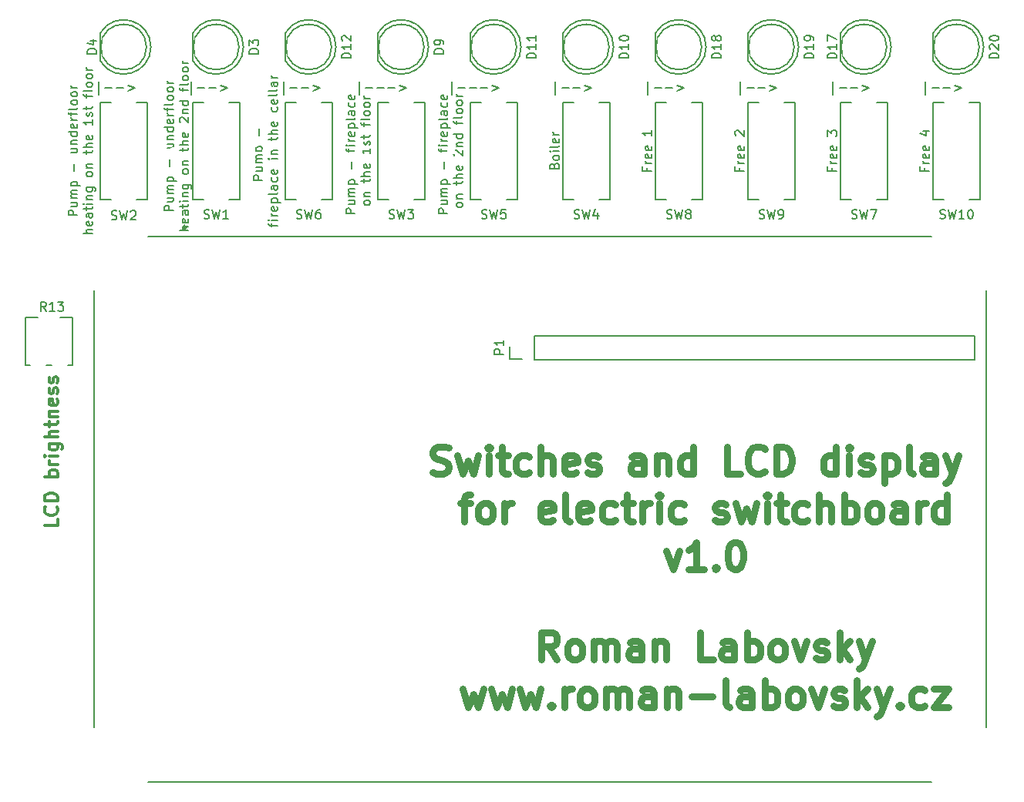
<source format=gto>
G04 #@! TF.GenerationSoftware,KiCad,Pcbnew,(5.1.6)-1*
G04 #@! TF.CreationDate,2023-01-22T16:10:02+01:00*
G04 #@! TF.ProjectId,switches-with-lcd-display,73776974-6368-4657-932d-776974682d6c,rev?*
G04 #@! TF.SameCoordinates,Original*
G04 #@! TF.FileFunction,Legend,Top*
G04 #@! TF.FilePolarity,Positive*
%FSLAX46Y46*%
G04 Gerber Fmt 4.6, Leading zero omitted, Abs format (unit mm)*
G04 Created by KiCad (PCBNEW (5.1.6)-1) date 2023-01-22 16:10:02*
%MOMM*%
%LPD*%
G01*
G04 APERTURE LIST*
%ADD10C,0.375000*%
%ADD11C,0.150000*%
%ADD12C,0.160000*%
%ADD13C,0.750000*%
%ADD14C,0.300000*%
%ADD15C,0.900000*%
%ADD16R,2.200000X2.200000*%
%ADD17C,2.200000*%
%ADD18C,5.200000*%
%ADD19R,1.400000X2.100000*%
%ADD20R,2.100000X2.100000*%
%ADD21C,6.100000*%
%ADD22O,2.200000X2.200000*%
%ADD23C,2.100000*%
G04 APERTURE END LIST*
D10*
X29888571Y-131888571D02*
X29888571Y-132602857D01*
X28388571Y-132602857D01*
X29745714Y-130531428D02*
X29817142Y-130602857D01*
X29888571Y-130817142D01*
X29888571Y-130960000D01*
X29817142Y-131174285D01*
X29674285Y-131317142D01*
X29531428Y-131388571D01*
X29245714Y-131460000D01*
X29031428Y-131460000D01*
X28745714Y-131388571D01*
X28602857Y-131317142D01*
X28460000Y-131174285D01*
X28388571Y-130960000D01*
X28388571Y-130817142D01*
X28460000Y-130602857D01*
X28531428Y-130531428D01*
X29888571Y-129888571D02*
X28388571Y-129888571D01*
X28388571Y-129531428D01*
X28460000Y-129317142D01*
X28602857Y-129174285D01*
X28745714Y-129102857D01*
X29031428Y-129031428D01*
X29245714Y-129031428D01*
X29531428Y-129102857D01*
X29674285Y-129174285D01*
X29817142Y-129317142D01*
X29888571Y-129531428D01*
X29888571Y-129888571D01*
X29888571Y-127245714D02*
X28388571Y-127245714D01*
X28960000Y-127245714D02*
X28888571Y-127102857D01*
X28888571Y-126817142D01*
X28960000Y-126674285D01*
X29031428Y-126602857D01*
X29174285Y-126531428D01*
X29602857Y-126531428D01*
X29745714Y-126602857D01*
X29817142Y-126674285D01*
X29888571Y-126817142D01*
X29888571Y-127102857D01*
X29817142Y-127245714D01*
X29888571Y-125888571D02*
X28888571Y-125888571D01*
X29174285Y-125888571D02*
X29031428Y-125817142D01*
X28960000Y-125745714D01*
X28888571Y-125602857D01*
X28888571Y-125460000D01*
X29888571Y-124960000D02*
X28888571Y-124960000D01*
X28388571Y-124960000D02*
X28460000Y-125031428D01*
X28531428Y-124960000D01*
X28460000Y-124888571D01*
X28388571Y-124960000D01*
X28531428Y-124960000D01*
X28888571Y-123602857D02*
X30102857Y-123602857D01*
X30245714Y-123674285D01*
X30317142Y-123745714D01*
X30388571Y-123888571D01*
X30388571Y-124102857D01*
X30317142Y-124245714D01*
X29817142Y-123602857D02*
X29888571Y-123745714D01*
X29888571Y-124031428D01*
X29817142Y-124174285D01*
X29745714Y-124245714D01*
X29602857Y-124317142D01*
X29174285Y-124317142D01*
X29031428Y-124245714D01*
X28960000Y-124174285D01*
X28888571Y-124031428D01*
X28888571Y-123745714D01*
X28960000Y-123602857D01*
X29888571Y-122888571D02*
X28388571Y-122888571D01*
X29888571Y-122245714D02*
X29102857Y-122245714D01*
X28960000Y-122317142D01*
X28888571Y-122460000D01*
X28888571Y-122674285D01*
X28960000Y-122817142D01*
X29031428Y-122888571D01*
X28888571Y-121745714D02*
X28888571Y-121174285D01*
X28388571Y-121531428D02*
X29674285Y-121531428D01*
X29817142Y-121460000D01*
X29888571Y-121317142D01*
X29888571Y-121174285D01*
X28888571Y-120674285D02*
X29888571Y-120674285D01*
X29031428Y-120674285D02*
X28960000Y-120602857D01*
X28888571Y-120460000D01*
X28888571Y-120245714D01*
X28960000Y-120102857D01*
X29102857Y-120031428D01*
X29888571Y-120031428D01*
X29817142Y-118745714D02*
X29888571Y-118888571D01*
X29888571Y-119174285D01*
X29817142Y-119317142D01*
X29674285Y-119388571D01*
X29102857Y-119388571D01*
X28960000Y-119317142D01*
X28888571Y-119174285D01*
X28888571Y-118888571D01*
X28960000Y-118745714D01*
X29102857Y-118674285D01*
X29245714Y-118674285D01*
X29388571Y-119388571D01*
X29817142Y-118102857D02*
X29888571Y-117960000D01*
X29888571Y-117674285D01*
X29817142Y-117531428D01*
X29674285Y-117460000D01*
X29602857Y-117460000D01*
X29460000Y-117531428D01*
X29388571Y-117674285D01*
X29388571Y-117888571D01*
X29317142Y-118031428D01*
X29174285Y-118102857D01*
X29102857Y-118102857D01*
X28960000Y-118031428D01*
X28888571Y-117888571D01*
X28888571Y-117674285D01*
X28960000Y-117531428D01*
X29817142Y-116888571D02*
X29888571Y-116745714D01*
X29888571Y-116460000D01*
X29817142Y-116317142D01*
X29674285Y-116245714D01*
X29602857Y-116245714D01*
X29460000Y-116317142D01*
X29388571Y-116460000D01*
X29388571Y-116674285D01*
X29317142Y-116817142D01*
X29174285Y-116888571D01*
X29102857Y-116888571D01*
X28960000Y-116817142D01*
X28888571Y-116674285D01*
X28888571Y-116460000D01*
X28960000Y-116317142D01*
D11*
X125142857Y-85240714D02*
X125142857Y-83812142D01*
X125857142Y-84526428D02*
X126619047Y-84526428D01*
X127095238Y-84526428D02*
X127857142Y-84526428D01*
X128333333Y-84240714D02*
X129095238Y-84526428D01*
X128333333Y-84812142D01*
X114982857Y-85240714D02*
X114982857Y-83812142D01*
X115697142Y-84526428D02*
X116459047Y-84526428D01*
X116935238Y-84526428D02*
X117697142Y-84526428D01*
X118173333Y-84240714D02*
X118935238Y-84526428D01*
X118173333Y-84812142D01*
X104822857Y-85240714D02*
X104822857Y-83812142D01*
X105537142Y-84526428D02*
X106299047Y-84526428D01*
X106775238Y-84526428D02*
X107537142Y-84526428D01*
X108013333Y-84240714D02*
X108775238Y-84526428D01*
X108013333Y-84812142D01*
X94662857Y-85240714D02*
X94662857Y-83812142D01*
X95377142Y-84526428D02*
X96139047Y-84526428D01*
X96615238Y-84526428D02*
X97377142Y-84526428D01*
X97853333Y-84240714D02*
X98615238Y-84526428D01*
X97853333Y-84812142D01*
X84502857Y-85240714D02*
X84502857Y-83812142D01*
X85217142Y-84526428D02*
X85979047Y-84526428D01*
X86455238Y-84526428D02*
X87217142Y-84526428D01*
X87693333Y-84240714D02*
X88455238Y-84526428D01*
X87693333Y-84812142D01*
X73088809Y-85240714D02*
X73088809Y-83812142D01*
X73803095Y-84526428D02*
X74565000Y-84526428D01*
X75041190Y-84526428D02*
X75803095Y-84526428D01*
X76279285Y-84526428D02*
X77041190Y-84526428D01*
X77517380Y-84240714D02*
X78279285Y-84526428D01*
X77517380Y-84812142D01*
X62928809Y-85240714D02*
X62928809Y-83812142D01*
X63643095Y-84526428D02*
X64405000Y-84526428D01*
X64881190Y-84526428D02*
X65643095Y-84526428D01*
X66119285Y-84526428D02*
X66881190Y-84526428D01*
X67357380Y-84240714D02*
X68119285Y-84526428D01*
X67357380Y-84812142D01*
X54657857Y-85240714D02*
X54657857Y-83812142D01*
X55372142Y-84526428D02*
X56134047Y-84526428D01*
X56610238Y-84526428D02*
X57372142Y-84526428D01*
X57848333Y-84240714D02*
X58610238Y-84526428D01*
X57848333Y-84812142D01*
X44497857Y-85240714D02*
X44497857Y-83812142D01*
X45212142Y-84526428D02*
X45974047Y-84526428D01*
X46450238Y-84526428D02*
X47212142Y-84526428D01*
X47688333Y-84240714D02*
X48450238Y-84526428D01*
X47688333Y-84812142D01*
X34337857Y-85240714D02*
X34337857Y-83812142D01*
X35052142Y-84526428D02*
X35814047Y-84526428D01*
X36290238Y-84526428D02*
X37052142Y-84526428D01*
X37528333Y-84240714D02*
X38290238Y-84526428D01*
X37528333Y-84812142D01*
D12*
X125023571Y-93320952D02*
X125023571Y-93654285D01*
X125547380Y-93654285D02*
X124547380Y-93654285D01*
X124547380Y-93178095D01*
X125547380Y-92797142D02*
X124880714Y-92797142D01*
X125071190Y-92797142D02*
X124975952Y-92749523D01*
X124928333Y-92701904D01*
X124880714Y-92606666D01*
X124880714Y-92511428D01*
X125499761Y-91797142D02*
X125547380Y-91892380D01*
X125547380Y-92082857D01*
X125499761Y-92178095D01*
X125404523Y-92225714D01*
X125023571Y-92225714D01*
X124928333Y-92178095D01*
X124880714Y-92082857D01*
X124880714Y-91892380D01*
X124928333Y-91797142D01*
X125023571Y-91749523D01*
X125118809Y-91749523D01*
X125214047Y-92225714D01*
X125499761Y-90940000D02*
X125547380Y-91035238D01*
X125547380Y-91225714D01*
X125499761Y-91320952D01*
X125404523Y-91368571D01*
X125023571Y-91368571D01*
X124928333Y-91320952D01*
X124880714Y-91225714D01*
X124880714Y-91035238D01*
X124928333Y-90940000D01*
X125023571Y-90892380D01*
X125118809Y-90892380D01*
X125214047Y-91368571D01*
X124880714Y-89273333D02*
X125547380Y-89273333D01*
X124499761Y-89511428D02*
X125214047Y-89749523D01*
X125214047Y-89130476D01*
X114863571Y-93320952D02*
X114863571Y-93654285D01*
X115387380Y-93654285D02*
X114387380Y-93654285D01*
X114387380Y-93178095D01*
X115387380Y-92797142D02*
X114720714Y-92797142D01*
X114911190Y-92797142D02*
X114815952Y-92749523D01*
X114768333Y-92701904D01*
X114720714Y-92606666D01*
X114720714Y-92511428D01*
X115339761Y-91797142D02*
X115387380Y-91892380D01*
X115387380Y-92082857D01*
X115339761Y-92178095D01*
X115244523Y-92225714D01*
X114863571Y-92225714D01*
X114768333Y-92178095D01*
X114720714Y-92082857D01*
X114720714Y-91892380D01*
X114768333Y-91797142D01*
X114863571Y-91749523D01*
X114958809Y-91749523D01*
X115054047Y-92225714D01*
X115339761Y-90940000D02*
X115387380Y-91035238D01*
X115387380Y-91225714D01*
X115339761Y-91320952D01*
X115244523Y-91368571D01*
X114863571Y-91368571D01*
X114768333Y-91320952D01*
X114720714Y-91225714D01*
X114720714Y-91035238D01*
X114768333Y-90940000D01*
X114863571Y-90892380D01*
X114958809Y-90892380D01*
X115054047Y-91368571D01*
X114387380Y-89797142D02*
X114387380Y-89178095D01*
X114768333Y-89511428D01*
X114768333Y-89368571D01*
X114815952Y-89273333D01*
X114863571Y-89225714D01*
X114958809Y-89178095D01*
X115196904Y-89178095D01*
X115292142Y-89225714D01*
X115339761Y-89273333D01*
X115387380Y-89368571D01*
X115387380Y-89654285D01*
X115339761Y-89749523D01*
X115292142Y-89797142D01*
X104703571Y-93320952D02*
X104703571Y-93654285D01*
X105227380Y-93654285D02*
X104227380Y-93654285D01*
X104227380Y-93178095D01*
X105227380Y-92797142D02*
X104560714Y-92797142D01*
X104751190Y-92797142D02*
X104655952Y-92749523D01*
X104608333Y-92701904D01*
X104560714Y-92606666D01*
X104560714Y-92511428D01*
X105179761Y-91797142D02*
X105227380Y-91892380D01*
X105227380Y-92082857D01*
X105179761Y-92178095D01*
X105084523Y-92225714D01*
X104703571Y-92225714D01*
X104608333Y-92178095D01*
X104560714Y-92082857D01*
X104560714Y-91892380D01*
X104608333Y-91797142D01*
X104703571Y-91749523D01*
X104798809Y-91749523D01*
X104894047Y-92225714D01*
X105179761Y-90940000D02*
X105227380Y-91035238D01*
X105227380Y-91225714D01*
X105179761Y-91320952D01*
X105084523Y-91368571D01*
X104703571Y-91368571D01*
X104608333Y-91320952D01*
X104560714Y-91225714D01*
X104560714Y-91035238D01*
X104608333Y-90940000D01*
X104703571Y-90892380D01*
X104798809Y-90892380D01*
X104894047Y-91368571D01*
X104322619Y-89749523D02*
X104275000Y-89701904D01*
X104227380Y-89606666D01*
X104227380Y-89368571D01*
X104275000Y-89273333D01*
X104322619Y-89225714D01*
X104417857Y-89178095D01*
X104513095Y-89178095D01*
X104655952Y-89225714D01*
X105227380Y-89797142D01*
X105227380Y-89178095D01*
X94543571Y-93320952D02*
X94543571Y-93654285D01*
X95067380Y-93654285D02*
X94067380Y-93654285D01*
X94067380Y-93178095D01*
X95067380Y-92797142D02*
X94400714Y-92797142D01*
X94591190Y-92797142D02*
X94495952Y-92749523D01*
X94448333Y-92701904D01*
X94400714Y-92606666D01*
X94400714Y-92511428D01*
X95019761Y-91797142D02*
X95067380Y-91892380D01*
X95067380Y-92082857D01*
X95019761Y-92178095D01*
X94924523Y-92225714D01*
X94543571Y-92225714D01*
X94448333Y-92178095D01*
X94400714Y-92082857D01*
X94400714Y-91892380D01*
X94448333Y-91797142D01*
X94543571Y-91749523D01*
X94638809Y-91749523D01*
X94734047Y-92225714D01*
X95019761Y-90940000D02*
X95067380Y-91035238D01*
X95067380Y-91225714D01*
X95019761Y-91320952D01*
X94924523Y-91368571D01*
X94543571Y-91368571D01*
X94448333Y-91320952D01*
X94400714Y-91225714D01*
X94400714Y-91035238D01*
X94448333Y-90940000D01*
X94543571Y-90892380D01*
X94638809Y-90892380D01*
X94734047Y-91368571D01*
X95067380Y-89178095D02*
X95067380Y-89749523D01*
X95067380Y-89463809D02*
X94067380Y-89463809D01*
X94210238Y-89559047D01*
X94305476Y-89654285D01*
X94353095Y-89749523D01*
X84383571Y-93059047D02*
X84431190Y-92916190D01*
X84478809Y-92868571D01*
X84574047Y-92820952D01*
X84716904Y-92820952D01*
X84812142Y-92868571D01*
X84859761Y-92916190D01*
X84907380Y-93011428D01*
X84907380Y-93392380D01*
X83907380Y-93392380D01*
X83907380Y-93059047D01*
X83955000Y-92963809D01*
X84002619Y-92916190D01*
X84097857Y-92868571D01*
X84193095Y-92868571D01*
X84288333Y-92916190D01*
X84335952Y-92963809D01*
X84383571Y-93059047D01*
X84383571Y-93392380D01*
X84907380Y-92249523D02*
X84859761Y-92344761D01*
X84812142Y-92392380D01*
X84716904Y-92440000D01*
X84431190Y-92440000D01*
X84335952Y-92392380D01*
X84288333Y-92344761D01*
X84240714Y-92249523D01*
X84240714Y-92106666D01*
X84288333Y-92011428D01*
X84335952Y-91963809D01*
X84431190Y-91916190D01*
X84716904Y-91916190D01*
X84812142Y-91963809D01*
X84859761Y-92011428D01*
X84907380Y-92106666D01*
X84907380Y-92249523D01*
X84907380Y-91487619D02*
X84240714Y-91487619D01*
X83907380Y-91487619D02*
X83955000Y-91535238D01*
X84002619Y-91487619D01*
X83955000Y-91440000D01*
X83907380Y-91487619D01*
X84002619Y-91487619D01*
X84907380Y-90868571D02*
X84859761Y-90963809D01*
X84764523Y-91011428D01*
X83907380Y-91011428D01*
X84859761Y-90106666D02*
X84907380Y-90201904D01*
X84907380Y-90392380D01*
X84859761Y-90487619D01*
X84764523Y-90535238D01*
X84383571Y-90535238D01*
X84288333Y-90487619D01*
X84240714Y-90392380D01*
X84240714Y-90201904D01*
X84288333Y-90106666D01*
X84383571Y-90059047D01*
X84478809Y-90059047D01*
X84574047Y-90535238D01*
X84907380Y-89630476D02*
X84240714Y-89630476D01*
X84431190Y-89630476D02*
X84335952Y-89582857D01*
X84288333Y-89535238D01*
X84240714Y-89440000D01*
X84240714Y-89344761D01*
X72647380Y-98320952D02*
X71647380Y-98320952D01*
X71647380Y-97940000D01*
X71695000Y-97844761D01*
X71742619Y-97797142D01*
X71837857Y-97749523D01*
X71980714Y-97749523D01*
X72075952Y-97797142D01*
X72123571Y-97844761D01*
X72171190Y-97940000D01*
X72171190Y-98320952D01*
X71980714Y-96892380D02*
X72647380Y-96892380D01*
X71980714Y-97320952D02*
X72504523Y-97320952D01*
X72599761Y-97273333D01*
X72647380Y-97178095D01*
X72647380Y-97035238D01*
X72599761Y-96940000D01*
X72552142Y-96892380D01*
X72647380Y-96416190D02*
X71980714Y-96416190D01*
X72075952Y-96416190D02*
X72028333Y-96368571D01*
X71980714Y-96273333D01*
X71980714Y-96130476D01*
X72028333Y-96035238D01*
X72123571Y-95987619D01*
X72647380Y-95987619D01*
X72123571Y-95987619D02*
X72028333Y-95940000D01*
X71980714Y-95844761D01*
X71980714Y-95701904D01*
X72028333Y-95606666D01*
X72123571Y-95559047D01*
X72647380Y-95559047D01*
X71980714Y-95082857D02*
X72980714Y-95082857D01*
X72028333Y-95082857D02*
X71980714Y-94987619D01*
X71980714Y-94797142D01*
X72028333Y-94701904D01*
X72075952Y-94654285D01*
X72171190Y-94606666D01*
X72456904Y-94606666D01*
X72552142Y-94654285D01*
X72599761Y-94701904D01*
X72647380Y-94797142D01*
X72647380Y-94987619D01*
X72599761Y-95082857D01*
X72266428Y-93416190D02*
X72266428Y-92654285D01*
X71980714Y-91559047D02*
X71980714Y-91178095D01*
X72647380Y-91416190D02*
X71790238Y-91416190D01*
X71695000Y-91368571D01*
X71647380Y-91273333D01*
X71647380Y-91178095D01*
X72647380Y-90844761D02*
X71980714Y-90844761D01*
X71647380Y-90844761D02*
X71695000Y-90892380D01*
X71742619Y-90844761D01*
X71695000Y-90797142D01*
X71647380Y-90844761D01*
X71742619Y-90844761D01*
X72647380Y-90368571D02*
X71980714Y-90368571D01*
X72171190Y-90368571D02*
X72075952Y-90320952D01*
X72028333Y-90273333D01*
X71980714Y-90178095D01*
X71980714Y-90082857D01*
X72599761Y-89368571D02*
X72647380Y-89463809D01*
X72647380Y-89654285D01*
X72599761Y-89749523D01*
X72504523Y-89797142D01*
X72123571Y-89797142D01*
X72028333Y-89749523D01*
X71980714Y-89654285D01*
X71980714Y-89463809D01*
X72028333Y-89368571D01*
X72123571Y-89320952D01*
X72218809Y-89320952D01*
X72314047Y-89797142D01*
X71980714Y-88892380D02*
X72980714Y-88892380D01*
X72028333Y-88892380D02*
X71980714Y-88797142D01*
X71980714Y-88606666D01*
X72028333Y-88511428D01*
X72075952Y-88463809D01*
X72171190Y-88416190D01*
X72456904Y-88416190D01*
X72552142Y-88463809D01*
X72599761Y-88511428D01*
X72647380Y-88606666D01*
X72647380Y-88797142D01*
X72599761Y-88892380D01*
X72647380Y-87844761D02*
X72599761Y-87940000D01*
X72504523Y-87987619D01*
X71647380Y-87987619D01*
X72647380Y-87035238D02*
X72123571Y-87035238D01*
X72028333Y-87082857D01*
X71980714Y-87178095D01*
X71980714Y-87368571D01*
X72028333Y-87463809D01*
X72599761Y-87035238D02*
X72647380Y-87130476D01*
X72647380Y-87368571D01*
X72599761Y-87463809D01*
X72504523Y-87511428D01*
X72409285Y-87511428D01*
X72314047Y-87463809D01*
X72266428Y-87368571D01*
X72266428Y-87130476D01*
X72218809Y-87035238D01*
X72599761Y-86130476D02*
X72647380Y-86225714D01*
X72647380Y-86416190D01*
X72599761Y-86511428D01*
X72552142Y-86559047D01*
X72456904Y-86606666D01*
X72171190Y-86606666D01*
X72075952Y-86559047D01*
X72028333Y-86511428D01*
X71980714Y-86416190D01*
X71980714Y-86225714D01*
X72028333Y-86130476D01*
X72599761Y-85320952D02*
X72647380Y-85416190D01*
X72647380Y-85606666D01*
X72599761Y-85701904D01*
X72504523Y-85749523D01*
X72123571Y-85749523D01*
X72028333Y-85701904D01*
X71980714Y-85606666D01*
X71980714Y-85416190D01*
X72028333Y-85320952D01*
X72123571Y-85273333D01*
X72218809Y-85273333D01*
X72314047Y-85749523D01*
X74307380Y-97416190D02*
X74259761Y-97511428D01*
X74212142Y-97559047D01*
X74116904Y-97606666D01*
X73831190Y-97606666D01*
X73735952Y-97559047D01*
X73688333Y-97511428D01*
X73640714Y-97416190D01*
X73640714Y-97273333D01*
X73688333Y-97178095D01*
X73735952Y-97130476D01*
X73831190Y-97082857D01*
X74116904Y-97082857D01*
X74212142Y-97130476D01*
X74259761Y-97178095D01*
X74307380Y-97273333D01*
X74307380Y-97416190D01*
X73640714Y-96654285D02*
X74307380Y-96654285D01*
X73735952Y-96654285D02*
X73688333Y-96606666D01*
X73640714Y-96511428D01*
X73640714Y-96368571D01*
X73688333Y-96273333D01*
X73783571Y-96225714D01*
X74307380Y-96225714D01*
X73640714Y-95130476D02*
X73640714Y-94749523D01*
X73307380Y-94987619D02*
X74164523Y-94987619D01*
X74259761Y-94940000D01*
X74307380Y-94844761D01*
X74307380Y-94749523D01*
X74307380Y-94416190D02*
X73307380Y-94416190D01*
X74307380Y-93987619D02*
X73783571Y-93987619D01*
X73688333Y-94035238D01*
X73640714Y-94130476D01*
X73640714Y-94273333D01*
X73688333Y-94368571D01*
X73735952Y-94416190D01*
X74259761Y-93130476D02*
X74307380Y-93225714D01*
X74307380Y-93416190D01*
X74259761Y-93511428D01*
X74164523Y-93559047D01*
X73783571Y-93559047D01*
X73688333Y-93511428D01*
X73640714Y-93416190D01*
X73640714Y-93225714D01*
X73688333Y-93130476D01*
X73783571Y-93082857D01*
X73878809Y-93082857D01*
X73974047Y-93559047D01*
X73402619Y-91940000D02*
X73355000Y-91892380D01*
X73307380Y-91797142D01*
X73307380Y-91559047D01*
X73355000Y-91463809D01*
X73402619Y-91416190D01*
X73497857Y-91368571D01*
X73593095Y-91368571D01*
X73735952Y-91416190D01*
X74307380Y-91987619D01*
X74307380Y-91368571D01*
X73640714Y-90940000D02*
X74307380Y-90940000D01*
X73735952Y-90940000D02*
X73688333Y-90892380D01*
X73640714Y-90797142D01*
X73640714Y-90654285D01*
X73688333Y-90559047D01*
X73783571Y-90511428D01*
X74307380Y-90511428D01*
X74307380Y-89606666D02*
X73307380Y-89606666D01*
X74259761Y-89606666D02*
X74307380Y-89701904D01*
X74307380Y-89892380D01*
X74259761Y-89987619D01*
X74212142Y-90035238D01*
X74116904Y-90082857D01*
X73831190Y-90082857D01*
X73735952Y-90035238D01*
X73688333Y-89987619D01*
X73640714Y-89892380D01*
X73640714Y-89701904D01*
X73688333Y-89606666D01*
X73640714Y-88511428D02*
X73640714Y-88130476D01*
X74307380Y-88368571D02*
X73450238Y-88368571D01*
X73355000Y-88320952D01*
X73307380Y-88225714D01*
X73307380Y-88130476D01*
X74307380Y-87654285D02*
X74259761Y-87749523D01*
X74164523Y-87797142D01*
X73307380Y-87797142D01*
X74307380Y-87130476D02*
X74259761Y-87225714D01*
X74212142Y-87273333D01*
X74116904Y-87320952D01*
X73831190Y-87320952D01*
X73735952Y-87273333D01*
X73688333Y-87225714D01*
X73640714Y-87130476D01*
X73640714Y-86987619D01*
X73688333Y-86892380D01*
X73735952Y-86844761D01*
X73831190Y-86797142D01*
X74116904Y-86797142D01*
X74212142Y-86844761D01*
X74259761Y-86892380D01*
X74307380Y-86987619D01*
X74307380Y-87130476D01*
X74307380Y-86225714D02*
X74259761Y-86320952D01*
X74212142Y-86368571D01*
X74116904Y-86416190D01*
X73831190Y-86416190D01*
X73735952Y-86368571D01*
X73688333Y-86320952D01*
X73640714Y-86225714D01*
X73640714Y-86082857D01*
X73688333Y-85987619D01*
X73735952Y-85940000D01*
X73831190Y-85892380D01*
X74116904Y-85892380D01*
X74212142Y-85940000D01*
X74259761Y-85987619D01*
X74307380Y-86082857D01*
X74307380Y-86225714D01*
X74307380Y-85463809D02*
X73640714Y-85463809D01*
X73831190Y-85463809D02*
X73735952Y-85416190D01*
X73688333Y-85368571D01*
X73640714Y-85273333D01*
X73640714Y-85178095D01*
X62487380Y-98320952D02*
X61487380Y-98320952D01*
X61487380Y-97940000D01*
X61535000Y-97844761D01*
X61582619Y-97797142D01*
X61677857Y-97749523D01*
X61820714Y-97749523D01*
X61915952Y-97797142D01*
X61963571Y-97844761D01*
X62011190Y-97940000D01*
X62011190Y-98320952D01*
X61820714Y-96892380D02*
X62487380Y-96892380D01*
X61820714Y-97320952D02*
X62344523Y-97320952D01*
X62439761Y-97273333D01*
X62487380Y-97178095D01*
X62487380Y-97035238D01*
X62439761Y-96940000D01*
X62392142Y-96892380D01*
X62487380Y-96416190D02*
X61820714Y-96416190D01*
X61915952Y-96416190D02*
X61868333Y-96368571D01*
X61820714Y-96273333D01*
X61820714Y-96130476D01*
X61868333Y-96035238D01*
X61963571Y-95987619D01*
X62487380Y-95987619D01*
X61963571Y-95987619D02*
X61868333Y-95940000D01*
X61820714Y-95844761D01*
X61820714Y-95701904D01*
X61868333Y-95606666D01*
X61963571Y-95559047D01*
X62487380Y-95559047D01*
X61820714Y-95082857D02*
X62820714Y-95082857D01*
X61868333Y-95082857D02*
X61820714Y-94987619D01*
X61820714Y-94797142D01*
X61868333Y-94701904D01*
X61915952Y-94654285D01*
X62011190Y-94606666D01*
X62296904Y-94606666D01*
X62392142Y-94654285D01*
X62439761Y-94701904D01*
X62487380Y-94797142D01*
X62487380Y-94987619D01*
X62439761Y-95082857D01*
X62106428Y-93416190D02*
X62106428Y-92654285D01*
X61820714Y-91559047D02*
X61820714Y-91178095D01*
X62487380Y-91416190D02*
X61630238Y-91416190D01*
X61535000Y-91368571D01*
X61487380Y-91273333D01*
X61487380Y-91178095D01*
X62487380Y-90844761D02*
X61820714Y-90844761D01*
X61487380Y-90844761D02*
X61535000Y-90892380D01*
X61582619Y-90844761D01*
X61535000Y-90797142D01*
X61487380Y-90844761D01*
X61582619Y-90844761D01*
X62487380Y-90368571D02*
X61820714Y-90368571D01*
X62011190Y-90368571D02*
X61915952Y-90320952D01*
X61868333Y-90273333D01*
X61820714Y-90178095D01*
X61820714Y-90082857D01*
X62439761Y-89368571D02*
X62487380Y-89463809D01*
X62487380Y-89654285D01*
X62439761Y-89749523D01*
X62344523Y-89797142D01*
X61963571Y-89797142D01*
X61868333Y-89749523D01*
X61820714Y-89654285D01*
X61820714Y-89463809D01*
X61868333Y-89368571D01*
X61963571Y-89320952D01*
X62058809Y-89320952D01*
X62154047Y-89797142D01*
X61820714Y-88892380D02*
X62820714Y-88892380D01*
X61868333Y-88892380D02*
X61820714Y-88797142D01*
X61820714Y-88606666D01*
X61868333Y-88511428D01*
X61915952Y-88463809D01*
X62011190Y-88416190D01*
X62296904Y-88416190D01*
X62392142Y-88463809D01*
X62439761Y-88511428D01*
X62487380Y-88606666D01*
X62487380Y-88797142D01*
X62439761Y-88892380D01*
X62487380Y-87844761D02*
X62439761Y-87940000D01*
X62344523Y-87987619D01*
X61487380Y-87987619D01*
X62487380Y-87035238D02*
X61963571Y-87035238D01*
X61868333Y-87082857D01*
X61820714Y-87178095D01*
X61820714Y-87368571D01*
X61868333Y-87463809D01*
X62439761Y-87035238D02*
X62487380Y-87130476D01*
X62487380Y-87368571D01*
X62439761Y-87463809D01*
X62344523Y-87511428D01*
X62249285Y-87511428D01*
X62154047Y-87463809D01*
X62106428Y-87368571D01*
X62106428Y-87130476D01*
X62058809Y-87035238D01*
X62439761Y-86130476D02*
X62487380Y-86225714D01*
X62487380Y-86416190D01*
X62439761Y-86511428D01*
X62392142Y-86559047D01*
X62296904Y-86606666D01*
X62011190Y-86606666D01*
X61915952Y-86559047D01*
X61868333Y-86511428D01*
X61820714Y-86416190D01*
X61820714Y-86225714D01*
X61868333Y-86130476D01*
X62439761Y-85320952D02*
X62487380Y-85416190D01*
X62487380Y-85606666D01*
X62439761Y-85701904D01*
X62344523Y-85749523D01*
X61963571Y-85749523D01*
X61868333Y-85701904D01*
X61820714Y-85606666D01*
X61820714Y-85416190D01*
X61868333Y-85320952D01*
X61963571Y-85273333D01*
X62058809Y-85273333D01*
X62154047Y-85749523D01*
X64147380Y-97201904D02*
X64099761Y-97297142D01*
X64052142Y-97344761D01*
X63956904Y-97392380D01*
X63671190Y-97392380D01*
X63575952Y-97344761D01*
X63528333Y-97297142D01*
X63480714Y-97201904D01*
X63480714Y-97059047D01*
X63528333Y-96963809D01*
X63575952Y-96916190D01*
X63671190Y-96868571D01*
X63956904Y-96868571D01*
X64052142Y-96916190D01*
X64099761Y-96963809D01*
X64147380Y-97059047D01*
X64147380Y-97201904D01*
X63480714Y-96440000D02*
X64147380Y-96440000D01*
X63575952Y-96440000D02*
X63528333Y-96392380D01*
X63480714Y-96297142D01*
X63480714Y-96154285D01*
X63528333Y-96059047D01*
X63623571Y-96011428D01*
X64147380Y-96011428D01*
X63480714Y-94916190D02*
X63480714Y-94535238D01*
X63147380Y-94773333D02*
X64004523Y-94773333D01*
X64099761Y-94725714D01*
X64147380Y-94630476D01*
X64147380Y-94535238D01*
X64147380Y-94201904D02*
X63147380Y-94201904D01*
X64147380Y-93773333D02*
X63623571Y-93773333D01*
X63528333Y-93820952D01*
X63480714Y-93916190D01*
X63480714Y-94059047D01*
X63528333Y-94154285D01*
X63575952Y-94201904D01*
X64099761Y-92916190D02*
X64147380Y-93011428D01*
X64147380Y-93201904D01*
X64099761Y-93297142D01*
X64004523Y-93344761D01*
X63623571Y-93344761D01*
X63528333Y-93297142D01*
X63480714Y-93201904D01*
X63480714Y-93011428D01*
X63528333Y-92916190D01*
X63623571Y-92868571D01*
X63718809Y-92868571D01*
X63814047Y-93344761D01*
X64147380Y-91154285D02*
X64147380Y-91725714D01*
X64147380Y-91440000D02*
X63147380Y-91440000D01*
X63290238Y-91535238D01*
X63385476Y-91630476D01*
X63433095Y-91725714D01*
X64099761Y-90773333D02*
X64147380Y-90678095D01*
X64147380Y-90487619D01*
X64099761Y-90392380D01*
X64004523Y-90344761D01*
X63956904Y-90344761D01*
X63861666Y-90392380D01*
X63814047Y-90487619D01*
X63814047Y-90630476D01*
X63766428Y-90725714D01*
X63671190Y-90773333D01*
X63623571Y-90773333D01*
X63528333Y-90725714D01*
X63480714Y-90630476D01*
X63480714Y-90487619D01*
X63528333Y-90392380D01*
X63480714Y-90059047D02*
X63480714Y-89678095D01*
X63147380Y-89916190D02*
X64004523Y-89916190D01*
X64099761Y-89868571D01*
X64147380Y-89773333D01*
X64147380Y-89678095D01*
X63480714Y-88725714D02*
X63480714Y-88344761D01*
X64147380Y-88582857D02*
X63290238Y-88582857D01*
X63195000Y-88535238D01*
X63147380Y-88440000D01*
X63147380Y-88344761D01*
X64147380Y-87868571D02*
X64099761Y-87963809D01*
X64004523Y-88011428D01*
X63147380Y-88011428D01*
X64147380Y-87344761D02*
X64099761Y-87440000D01*
X64052142Y-87487619D01*
X63956904Y-87535238D01*
X63671190Y-87535238D01*
X63575952Y-87487619D01*
X63528333Y-87440000D01*
X63480714Y-87344761D01*
X63480714Y-87201904D01*
X63528333Y-87106666D01*
X63575952Y-87059047D01*
X63671190Y-87011428D01*
X63956904Y-87011428D01*
X64052142Y-87059047D01*
X64099761Y-87106666D01*
X64147380Y-87201904D01*
X64147380Y-87344761D01*
X64147380Y-86440000D02*
X64099761Y-86535238D01*
X64052142Y-86582857D01*
X63956904Y-86630476D01*
X63671190Y-86630476D01*
X63575952Y-86582857D01*
X63528333Y-86535238D01*
X63480714Y-86440000D01*
X63480714Y-86297142D01*
X63528333Y-86201904D01*
X63575952Y-86154285D01*
X63671190Y-86106666D01*
X63956904Y-86106666D01*
X64052142Y-86154285D01*
X64099761Y-86201904D01*
X64147380Y-86297142D01*
X64147380Y-86440000D01*
X64147380Y-85678095D02*
X63480714Y-85678095D01*
X63671190Y-85678095D02*
X63575952Y-85630476D01*
X63528333Y-85582857D01*
X63480714Y-85487619D01*
X63480714Y-85392380D01*
X52327380Y-94654285D02*
X51327380Y-94654285D01*
X51327380Y-94273333D01*
X51375000Y-94178095D01*
X51422619Y-94130476D01*
X51517857Y-94082857D01*
X51660714Y-94082857D01*
X51755952Y-94130476D01*
X51803571Y-94178095D01*
X51851190Y-94273333D01*
X51851190Y-94654285D01*
X51660714Y-93225714D02*
X52327380Y-93225714D01*
X51660714Y-93654285D02*
X52184523Y-93654285D01*
X52279761Y-93606666D01*
X52327380Y-93511428D01*
X52327380Y-93368571D01*
X52279761Y-93273333D01*
X52232142Y-93225714D01*
X52327380Y-92749523D02*
X51660714Y-92749523D01*
X51755952Y-92749523D02*
X51708333Y-92701904D01*
X51660714Y-92606666D01*
X51660714Y-92463809D01*
X51708333Y-92368571D01*
X51803571Y-92320952D01*
X52327380Y-92320952D01*
X51803571Y-92320952D02*
X51708333Y-92273333D01*
X51660714Y-92178095D01*
X51660714Y-92035238D01*
X51708333Y-91940000D01*
X51803571Y-91892380D01*
X52327380Y-91892380D01*
X51660714Y-91416190D02*
X52660714Y-91416190D01*
X51708333Y-91416190D02*
X51660714Y-91320952D01*
X51660714Y-91130476D01*
X51708333Y-91035238D01*
X51755952Y-90987619D01*
X51851190Y-90940000D01*
X52136904Y-90940000D01*
X52232142Y-90987619D01*
X52279761Y-91035238D01*
X52327380Y-91130476D01*
X52327380Y-91320952D01*
X52279761Y-91416190D01*
X51946428Y-89749523D02*
X51946428Y-88987619D01*
X53320714Y-99773333D02*
X53320714Y-99392380D01*
X53987380Y-99630476D02*
X53130238Y-99630476D01*
X53035000Y-99582857D01*
X52987380Y-99487619D01*
X52987380Y-99392380D01*
X53987380Y-99059047D02*
X53320714Y-99059047D01*
X52987380Y-99059047D02*
X53035000Y-99106666D01*
X53082619Y-99059047D01*
X53035000Y-99011428D01*
X52987380Y-99059047D01*
X53082619Y-99059047D01*
X53987380Y-98582857D02*
X53320714Y-98582857D01*
X53511190Y-98582857D02*
X53415952Y-98535238D01*
X53368333Y-98487619D01*
X53320714Y-98392380D01*
X53320714Y-98297142D01*
X53939761Y-97582857D02*
X53987380Y-97678095D01*
X53987380Y-97868571D01*
X53939761Y-97963809D01*
X53844523Y-98011428D01*
X53463571Y-98011428D01*
X53368333Y-97963809D01*
X53320714Y-97868571D01*
X53320714Y-97678095D01*
X53368333Y-97582857D01*
X53463571Y-97535238D01*
X53558809Y-97535238D01*
X53654047Y-98011428D01*
X53320714Y-97106666D02*
X54320714Y-97106666D01*
X53368333Y-97106666D02*
X53320714Y-97011428D01*
X53320714Y-96820952D01*
X53368333Y-96725714D01*
X53415952Y-96678095D01*
X53511190Y-96630476D01*
X53796904Y-96630476D01*
X53892142Y-96678095D01*
X53939761Y-96725714D01*
X53987380Y-96820952D01*
X53987380Y-97011428D01*
X53939761Y-97106666D01*
X53987380Y-96059047D02*
X53939761Y-96154285D01*
X53844523Y-96201904D01*
X52987380Y-96201904D01*
X53987380Y-95249523D02*
X53463571Y-95249523D01*
X53368333Y-95297142D01*
X53320714Y-95392380D01*
X53320714Y-95582857D01*
X53368333Y-95678095D01*
X53939761Y-95249523D02*
X53987380Y-95344761D01*
X53987380Y-95582857D01*
X53939761Y-95678095D01*
X53844523Y-95725714D01*
X53749285Y-95725714D01*
X53654047Y-95678095D01*
X53606428Y-95582857D01*
X53606428Y-95344761D01*
X53558809Y-95249523D01*
X53939761Y-94344761D02*
X53987380Y-94440000D01*
X53987380Y-94630476D01*
X53939761Y-94725714D01*
X53892142Y-94773333D01*
X53796904Y-94820952D01*
X53511190Y-94820952D01*
X53415952Y-94773333D01*
X53368333Y-94725714D01*
X53320714Y-94630476D01*
X53320714Y-94440000D01*
X53368333Y-94344761D01*
X53939761Y-93535238D02*
X53987380Y-93630476D01*
X53987380Y-93820952D01*
X53939761Y-93916190D01*
X53844523Y-93963809D01*
X53463571Y-93963809D01*
X53368333Y-93916190D01*
X53320714Y-93820952D01*
X53320714Y-93630476D01*
X53368333Y-93535238D01*
X53463571Y-93487619D01*
X53558809Y-93487619D01*
X53654047Y-93963809D01*
X53987380Y-92297142D02*
X53320714Y-92297142D01*
X52987380Y-92297142D02*
X53035000Y-92344761D01*
X53082619Y-92297142D01*
X53035000Y-92249523D01*
X52987380Y-92297142D01*
X53082619Y-92297142D01*
X53320714Y-91820952D02*
X53987380Y-91820952D01*
X53415952Y-91820952D02*
X53368333Y-91773333D01*
X53320714Y-91678095D01*
X53320714Y-91535238D01*
X53368333Y-91440000D01*
X53463571Y-91392380D01*
X53987380Y-91392380D01*
X53320714Y-90297142D02*
X53320714Y-89916190D01*
X52987380Y-90154285D02*
X53844523Y-90154285D01*
X53939761Y-90106666D01*
X53987380Y-90011428D01*
X53987380Y-89916190D01*
X53987380Y-89582857D02*
X52987380Y-89582857D01*
X53987380Y-89154285D02*
X53463571Y-89154285D01*
X53368333Y-89201904D01*
X53320714Y-89297142D01*
X53320714Y-89440000D01*
X53368333Y-89535238D01*
X53415952Y-89582857D01*
X53939761Y-88297142D02*
X53987380Y-88392380D01*
X53987380Y-88582857D01*
X53939761Y-88678095D01*
X53844523Y-88725714D01*
X53463571Y-88725714D01*
X53368333Y-88678095D01*
X53320714Y-88582857D01*
X53320714Y-88392380D01*
X53368333Y-88297142D01*
X53463571Y-88249523D01*
X53558809Y-88249523D01*
X53654047Y-88725714D01*
X53939761Y-86630476D02*
X53987380Y-86725714D01*
X53987380Y-86916190D01*
X53939761Y-87011428D01*
X53892142Y-87059047D01*
X53796904Y-87106666D01*
X53511190Y-87106666D01*
X53415952Y-87059047D01*
X53368333Y-87011428D01*
X53320714Y-86916190D01*
X53320714Y-86725714D01*
X53368333Y-86630476D01*
X53939761Y-85820952D02*
X53987380Y-85916190D01*
X53987380Y-86106666D01*
X53939761Y-86201904D01*
X53844523Y-86249523D01*
X53463571Y-86249523D01*
X53368333Y-86201904D01*
X53320714Y-86106666D01*
X53320714Y-85916190D01*
X53368333Y-85820952D01*
X53463571Y-85773333D01*
X53558809Y-85773333D01*
X53654047Y-86249523D01*
X53987380Y-85201904D02*
X53939761Y-85297142D01*
X53844523Y-85344761D01*
X52987380Y-85344761D01*
X53987380Y-84678095D02*
X53939761Y-84773333D01*
X53844523Y-84820952D01*
X52987380Y-84820952D01*
X53987380Y-83868571D02*
X53463571Y-83868571D01*
X53368333Y-83916190D01*
X53320714Y-84011428D01*
X53320714Y-84201904D01*
X53368333Y-84297142D01*
X53939761Y-83868571D02*
X53987380Y-83963809D01*
X53987380Y-84201904D01*
X53939761Y-84297142D01*
X53844523Y-84344761D01*
X53749285Y-84344761D01*
X53654047Y-84297142D01*
X53606428Y-84201904D01*
X53606428Y-83963809D01*
X53558809Y-83868571D01*
X53987380Y-83392380D02*
X53320714Y-83392380D01*
X53511190Y-83392380D02*
X53415952Y-83344761D01*
X53368333Y-83297142D01*
X53320714Y-83201904D01*
X53320714Y-83106666D01*
X42548380Y-98003428D02*
X41548380Y-98003428D01*
X41548380Y-97622476D01*
X41596000Y-97527238D01*
X41643619Y-97479619D01*
X41738857Y-97432000D01*
X41881714Y-97432000D01*
X41976952Y-97479619D01*
X42024571Y-97527238D01*
X42072190Y-97622476D01*
X42072190Y-98003428D01*
X41881714Y-96574857D02*
X42548380Y-96574857D01*
X41881714Y-97003428D02*
X42405523Y-97003428D01*
X42500761Y-96955809D01*
X42548380Y-96860571D01*
X42548380Y-96717714D01*
X42500761Y-96622476D01*
X42453142Y-96574857D01*
X42548380Y-96098666D02*
X41881714Y-96098666D01*
X41976952Y-96098666D02*
X41929333Y-96051047D01*
X41881714Y-95955809D01*
X41881714Y-95812952D01*
X41929333Y-95717714D01*
X42024571Y-95670095D01*
X42548380Y-95670095D01*
X42024571Y-95670095D02*
X41929333Y-95622476D01*
X41881714Y-95527238D01*
X41881714Y-95384380D01*
X41929333Y-95289142D01*
X42024571Y-95241523D01*
X42548380Y-95241523D01*
X41881714Y-94765333D02*
X42881714Y-94765333D01*
X41929333Y-94765333D02*
X41881714Y-94670095D01*
X41881714Y-94479619D01*
X41929333Y-94384380D01*
X41976952Y-94336761D01*
X42072190Y-94289142D01*
X42357904Y-94289142D01*
X42453142Y-94336761D01*
X42500761Y-94384380D01*
X42548380Y-94479619D01*
X42548380Y-94670095D01*
X42500761Y-94765333D01*
X42167428Y-93098666D02*
X42167428Y-92336761D01*
X41881714Y-90670095D02*
X42548380Y-90670095D01*
X41881714Y-91098666D02*
X42405523Y-91098666D01*
X42500761Y-91051047D01*
X42548380Y-90955809D01*
X42548380Y-90812952D01*
X42500761Y-90717714D01*
X42453142Y-90670095D01*
X41881714Y-90193904D02*
X42548380Y-90193904D01*
X41976952Y-90193904D02*
X41929333Y-90146285D01*
X41881714Y-90051047D01*
X41881714Y-89908190D01*
X41929333Y-89812952D01*
X42024571Y-89765333D01*
X42548380Y-89765333D01*
X42548380Y-88860571D02*
X41548380Y-88860571D01*
X42500761Y-88860571D02*
X42548380Y-88955809D01*
X42548380Y-89146285D01*
X42500761Y-89241523D01*
X42453142Y-89289142D01*
X42357904Y-89336761D01*
X42072190Y-89336761D01*
X41976952Y-89289142D01*
X41929333Y-89241523D01*
X41881714Y-89146285D01*
X41881714Y-88955809D01*
X41929333Y-88860571D01*
X42500761Y-88003428D02*
X42548380Y-88098666D01*
X42548380Y-88289142D01*
X42500761Y-88384380D01*
X42405523Y-88432000D01*
X42024571Y-88432000D01*
X41929333Y-88384380D01*
X41881714Y-88289142D01*
X41881714Y-88098666D01*
X41929333Y-88003428D01*
X42024571Y-87955809D01*
X42119809Y-87955809D01*
X42215047Y-88432000D01*
X42548380Y-87527238D02*
X41881714Y-87527238D01*
X42072190Y-87527238D02*
X41976952Y-87479619D01*
X41929333Y-87432000D01*
X41881714Y-87336761D01*
X41881714Y-87241523D01*
X41881714Y-87051047D02*
X41881714Y-86670095D01*
X42548380Y-86908190D02*
X41691238Y-86908190D01*
X41596000Y-86860571D01*
X41548380Y-86765333D01*
X41548380Y-86670095D01*
X42548380Y-86193904D02*
X42500761Y-86289142D01*
X42405523Y-86336761D01*
X41548380Y-86336761D01*
X42548380Y-85670095D02*
X42500761Y-85765333D01*
X42453142Y-85812952D01*
X42357904Y-85860571D01*
X42072190Y-85860571D01*
X41976952Y-85812952D01*
X41929333Y-85765333D01*
X41881714Y-85670095D01*
X41881714Y-85527238D01*
X41929333Y-85432000D01*
X41976952Y-85384380D01*
X42072190Y-85336761D01*
X42357904Y-85336761D01*
X42453142Y-85384380D01*
X42500761Y-85432000D01*
X42548380Y-85527238D01*
X42548380Y-85670095D01*
X42548380Y-84765333D02*
X42500761Y-84860571D01*
X42453142Y-84908190D01*
X42357904Y-84955809D01*
X42072190Y-84955809D01*
X41976952Y-84908190D01*
X41929333Y-84860571D01*
X41881714Y-84765333D01*
X41881714Y-84622476D01*
X41929333Y-84527238D01*
X41976952Y-84479619D01*
X42072190Y-84432000D01*
X42357904Y-84432000D01*
X42453142Y-84479619D01*
X42500761Y-84527238D01*
X42548380Y-84622476D01*
X42548380Y-84765333D01*
X42548380Y-84003428D02*
X41881714Y-84003428D01*
X42072190Y-84003428D02*
X41976952Y-83955809D01*
X41929333Y-83908190D01*
X41881714Y-83812952D01*
X41881714Y-83717714D01*
X44208380Y-100193904D02*
X43208380Y-100193904D01*
X44208380Y-99765333D02*
X43684571Y-99765333D01*
X43589333Y-99812952D01*
X43541714Y-99908190D01*
X43541714Y-100051047D01*
X43589333Y-100146285D01*
X43636952Y-100193904D01*
X44160761Y-98908190D02*
X44208380Y-99003428D01*
X44208380Y-99193904D01*
X44160761Y-99289142D01*
X44065523Y-99336761D01*
X43684571Y-99336761D01*
X43589333Y-99289142D01*
X43541714Y-99193904D01*
X43541714Y-99003428D01*
X43589333Y-98908190D01*
X43684571Y-98860571D01*
X43779809Y-98860571D01*
X43875047Y-99336761D01*
X44208380Y-98003428D02*
X43684571Y-98003428D01*
X43589333Y-98051047D01*
X43541714Y-98146285D01*
X43541714Y-98336761D01*
X43589333Y-98432000D01*
X44160761Y-98003428D02*
X44208380Y-98098666D01*
X44208380Y-98336761D01*
X44160761Y-98432000D01*
X44065523Y-98479619D01*
X43970285Y-98479619D01*
X43875047Y-98432000D01*
X43827428Y-98336761D01*
X43827428Y-98098666D01*
X43779809Y-98003428D01*
X43541714Y-97670095D02*
X43541714Y-97289142D01*
X43208380Y-97527238D02*
X44065523Y-97527238D01*
X44160761Y-97479619D01*
X44208380Y-97384380D01*
X44208380Y-97289142D01*
X44208380Y-96955809D02*
X43541714Y-96955809D01*
X43208380Y-96955809D02*
X43256000Y-97003428D01*
X43303619Y-96955809D01*
X43256000Y-96908190D01*
X43208380Y-96955809D01*
X43303619Y-96955809D01*
X43541714Y-96479619D02*
X44208380Y-96479619D01*
X43636952Y-96479619D02*
X43589333Y-96432000D01*
X43541714Y-96336761D01*
X43541714Y-96193904D01*
X43589333Y-96098666D01*
X43684571Y-96051047D01*
X44208380Y-96051047D01*
X43541714Y-95146285D02*
X44351238Y-95146285D01*
X44446476Y-95193904D01*
X44494095Y-95241523D01*
X44541714Y-95336761D01*
X44541714Y-95479619D01*
X44494095Y-95574857D01*
X44160761Y-95146285D02*
X44208380Y-95241523D01*
X44208380Y-95432000D01*
X44160761Y-95527238D01*
X44113142Y-95574857D01*
X44017904Y-95622476D01*
X43732190Y-95622476D01*
X43636952Y-95574857D01*
X43589333Y-95527238D01*
X43541714Y-95432000D01*
X43541714Y-95241523D01*
X43589333Y-95146285D01*
X44208380Y-93765333D02*
X44160761Y-93860571D01*
X44113142Y-93908190D01*
X44017904Y-93955809D01*
X43732190Y-93955809D01*
X43636952Y-93908190D01*
X43589333Y-93860571D01*
X43541714Y-93765333D01*
X43541714Y-93622476D01*
X43589333Y-93527238D01*
X43636952Y-93479619D01*
X43732190Y-93432000D01*
X44017904Y-93432000D01*
X44113142Y-93479619D01*
X44160761Y-93527238D01*
X44208380Y-93622476D01*
X44208380Y-93765333D01*
X43541714Y-93003428D02*
X44208380Y-93003428D01*
X43636952Y-93003428D02*
X43589333Y-92955809D01*
X43541714Y-92860571D01*
X43541714Y-92717714D01*
X43589333Y-92622476D01*
X43684571Y-92574857D01*
X44208380Y-92574857D01*
X43541714Y-91479619D02*
X43541714Y-91098666D01*
X43208380Y-91336761D02*
X44065523Y-91336761D01*
X44160761Y-91289142D01*
X44208380Y-91193904D01*
X44208380Y-91098666D01*
X44208380Y-90765333D02*
X43208380Y-90765333D01*
X44208380Y-90336761D02*
X43684571Y-90336761D01*
X43589333Y-90384380D01*
X43541714Y-90479619D01*
X43541714Y-90622476D01*
X43589333Y-90717714D01*
X43636952Y-90765333D01*
X44160761Y-89479619D02*
X44208380Y-89574857D01*
X44208380Y-89765333D01*
X44160761Y-89860571D01*
X44065523Y-89908190D01*
X43684571Y-89908190D01*
X43589333Y-89860571D01*
X43541714Y-89765333D01*
X43541714Y-89574857D01*
X43589333Y-89479619D01*
X43684571Y-89432000D01*
X43779809Y-89432000D01*
X43875047Y-89908190D01*
X43303619Y-88289142D02*
X43256000Y-88241523D01*
X43208380Y-88146285D01*
X43208380Y-87908190D01*
X43256000Y-87812952D01*
X43303619Y-87765333D01*
X43398857Y-87717714D01*
X43494095Y-87717714D01*
X43636952Y-87765333D01*
X44208380Y-88336761D01*
X44208380Y-87717714D01*
X43541714Y-87289142D02*
X44208380Y-87289142D01*
X43636952Y-87289142D02*
X43589333Y-87241523D01*
X43541714Y-87146285D01*
X43541714Y-87003428D01*
X43589333Y-86908190D01*
X43684571Y-86860571D01*
X44208380Y-86860571D01*
X44208380Y-85955809D02*
X43208380Y-85955809D01*
X44160761Y-85955809D02*
X44208380Y-86051047D01*
X44208380Y-86241523D01*
X44160761Y-86336761D01*
X44113142Y-86384380D01*
X44017904Y-86432000D01*
X43732190Y-86432000D01*
X43636952Y-86384380D01*
X43589333Y-86336761D01*
X43541714Y-86241523D01*
X43541714Y-86051047D01*
X43589333Y-85955809D01*
X43541714Y-84860571D02*
X43541714Y-84479619D01*
X44208380Y-84717714D02*
X43351238Y-84717714D01*
X43256000Y-84670095D01*
X43208380Y-84574857D01*
X43208380Y-84479619D01*
X44208380Y-84003428D02*
X44160761Y-84098666D01*
X44065523Y-84146285D01*
X43208380Y-84146285D01*
X44208380Y-83479619D02*
X44160761Y-83574857D01*
X44113142Y-83622476D01*
X44017904Y-83670095D01*
X43732190Y-83670095D01*
X43636952Y-83622476D01*
X43589333Y-83574857D01*
X43541714Y-83479619D01*
X43541714Y-83336761D01*
X43589333Y-83241523D01*
X43636952Y-83193904D01*
X43732190Y-83146285D01*
X44017904Y-83146285D01*
X44113142Y-83193904D01*
X44160761Y-83241523D01*
X44208380Y-83336761D01*
X44208380Y-83479619D01*
X44208380Y-82574857D02*
X44160761Y-82670095D01*
X44113142Y-82717714D01*
X44017904Y-82765333D01*
X43732190Y-82765333D01*
X43636952Y-82717714D01*
X43589333Y-82670095D01*
X43541714Y-82574857D01*
X43541714Y-82432000D01*
X43589333Y-82336761D01*
X43636952Y-82289142D01*
X43732190Y-82241523D01*
X44017904Y-82241523D01*
X44113142Y-82289142D01*
X44160761Y-82336761D01*
X44208380Y-82432000D01*
X44208380Y-82574857D01*
X44208380Y-81812952D02*
X43541714Y-81812952D01*
X43732190Y-81812952D02*
X43636952Y-81765333D01*
X43589333Y-81717714D01*
X43541714Y-81622476D01*
X43541714Y-81527238D01*
X32007380Y-98511428D02*
X31007380Y-98511428D01*
X31007380Y-98130476D01*
X31055000Y-98035238D01*
X31102619Y-97987619D01*
X31197857Y-97940000D01*
X31340714Y-97940000D01*
X31435952Y-97987619D01*
X31483571Y-98035238D01*
X31531190Y-98130476D01*
X31531190Y-98511428D01*
X31340714Y-97082857D02*
X32007380Y-97082857D01*
X31340714Y-97511428D02*
X31864523Y-97511428D01*
X31959761Y-97463809D01*
X32007380Y-97368571D01*
X32007380Y-97225714D01*
X31959761Y-97130476D01*
X31912142Y-97082857D01*
X32007380Y-96606666D02*
X31340714Y-96606666D01*
X31435952Y-96606666D02*
X31388333Y-96559047D01*
X31340714Y-96463809D01*
X31340714Y-96320952D01*
X31388333Y-96225714D01*
X31483571Y-96178095D01*
X32007380Y-96178095D01*
X31483571Y-96178095D02*
X31388333Y-96130476D01*
X31340714Y-96035238D01*
X31340714Y-95892380D01*
X31388333Y-95797142D01*
X31483571Y-95749523D01*
X32007380Y-95749523D01*
X31340714Y-95273333D02*
X32340714Y-95273333D01*
X31388333Y-95273333D02*
X31340714Y-95178095D01*
X31340714Y-94987619D01*
X31388333Y-94892380D01*
X31435952Y-94844761D01*
X31531190Y-94797142D01*
X31816904Y-94797142D01*
X31912142Y-94844761D01*
X31959761Y-94892380D01*
X32007380Y-94987619D01*
X32007380Y-95178095D01*
X31959761Y-95273333D01*
X31626428Y-93606666D02*
X31626428Y-92844761D01*
X31340714Y-91178095D02*
X32007380Y-91178095D01*
X31340714Y-91606666D02*
X31864523Y-91606666D01*
X31959761Y-91559047D01*
X32007380Y-91463809D01*
X32007380Y-91320952D01*
X31959761Y-91225714D01*
X31912142Y-91178095D01*
X31340714Y-90701904D02*
X32007380Y-90701904D01*
X31435952Y-90701904D02*
X31388333Y-90654285D01*
X31340714Y-90559047D01*
X31340714Y-90416190D01*
X31388333Y-90320952D01*
X31483571Y-90273333D01*
X32007380Y-90273333D01*
X32007380Y-89368571D02*
X31007380Y-89368571D01*
X31959761Y-89368571D02*
X32007380Y-89463809D01*
X32007380Y-89654285D01*
X31959761Y-89749523D01*
X31912142Y-89797142D01*
X31816904Y-89844761D01*
X31531190Y-89844761D01*
X31435952Y-89797142D01*
X31388333Y-89749523D01*
X31340714Y-89654285D01*
X31340714Y-89463809D01*
X31388333Y-89368571D01*
X31959761Y-88511428D02*
X32007380Y-88606666D01*
X32007380Y-88797142D01*
X31959761Y-88892380D01*
X31864523Y-88940000D01*
X31483571Y-88940000D01*
X31388333Y-88892380D01*
X31340714Y-88797142D01*
X31340714Y-88606666D01*
X31388333Y-88511428D01*
X31483571Y-88463809D01*
X31578809Y-88463809D01*
X31674047Y-88940000D01*
X32007380Y-88035238D02*
X31340714Y-88035238D01*
X31531190Y-88035238D02*
X31435952Y-87987619D01*
X31388333Y-87940000D01*
X31340714Y-87844761D01*
X31340714Y-87749523D01*
X31340714Y-87559047D02*
X31340714Y-87178095D01*
X32007380Y-87416190D02*
X31150238Y-87416190D01*
X31055000Y-87368571D01*
X31007380Y-87273333D01*
X31007380Y-87178095D01*
X32007380Y-86701904D02*
X31959761Y-86797142D01*
X31864523Y-86844761D01*
X31007380Y-86844761D01*
X32007380Y-86178095D02*
X31959761Y-86273333D01*
X31912142Y-86320952D01*
X31816904Y-86368571D01*
X31531190Y-86368571D01*
X31435952Y-86320952D01*
X31388333Y-86273333D01*
X31340714Y-86178095D01*
X31340714Y-86035238D01*
X31388333Y-85940000D01*
X31435952Y-85892380D01*
X31531190Y-85844761D01*
X31816904Y-85844761D01*
X31912142Y-85892380D01*
X31959761Y-85940000D01*
X32007380Y-86035238D01*
X32007380Y-86178095D01*
X32007380Y-85273333D02*
X31959761Y-85368571D01*
X31912142Y-85416190D01*
X31816904Y-85463809D01*
X31531190Y-85463809D01*
X31435952Y-85416190D01*
X31388333Y-85368571D01*
X31340714Y-85273333D01*
X31340714Y-85130476D01*
X31388333Y-85035238D01*
X31435952Y-84987619D01*
X31531190Y-84940000D01*
X31816904Y-84940000D01*
X31912142Y-84987619D01*
X31959761Y-85035238D01*
X32007380Y-85130476D01*
X32007380Y-85273333D01*
X32007380Y-84511428D02*
X31340714Y-84511428D01*
X31531190Y-84511428D02*
X31435952Y-84463809D01*
X31388333Y-84416190D01*
X31340714Y-84320952D01*
X31340714Y-84225714D01*
X33667380Y-100487619D02*
X32667380Y-100487619D01*
X33667380Y-100059047D02*
X33143571Y-100059047D01*
X33048333Y-100106666D01*
X33000714Y-100201904D01*
X33000714Y-100344761D01*
X33048333Y-100440000D01*
X33095952Y-100487619D01*
X33619761Y-99201904D02*
X33667380Y-99297142D01*
X33667380Y-99487619D01*
X33619761Y-99582857D01*
X33524523Y-99630476D01*
X33143571Y-99630476D01*
X33048333Y-99582857D01*
X33000714Y-99487619D01*
X33000714Y-99297142D01*
X33048333Y-99201904D01*
X33143571Y-99154285D01*
X33238809Y-99154285D01*
X33334047Y-99630476D01*
X33667380Y-98297142D02*
X33143571Y-98297142D01*
X33048333Y-98344761D01*
X33000714Y-98440000D01*
X33000714Y-98630476D01*
X33048333Y-98725714D01*
X33619761Y-98297142D02*
X33667380Y-98392380D01*
X33667380Y-98630476D01*
X33619761Y-98725714D01*
X33524523Y-98773333D01*
X33429285Y-98773333D01*
X33334047Y-98725714D01*
X33286428Y-98630476D01*
X33286428Y-98392380D01*
X33238809Y-98297142D01*
X33000714Y-97963809D02*
X33000714Y-97582857D01*
X32667380Y-97820952D02*
X33524523Y-97820952D01*
X33619761Y-97773333D01*
X33667380Y-97678095D01*
X33667380Y-97582857D01*
X33667380Y-97249523D02*
X33000714Y-97249523D01*
X32667380Y-97249523D02*
X32715000Y-97297142D01*
X32762619Y-97249523D01*
X32715000Y-97201904D01*
X32667380Y-97249523D01*
X32762619Y-97249523D01*
X33000714Y-96773333D02*
X33667380Y-96773333D01*
X33095952Y-96773333D02*
X33048333Y-96725714D01*
X33000714Y-96630476D01*
X33000714Y-96487619D01*
X33048333Y-96392380D01*
X33143571Y-96344761D01*
X33667380Y-96344761D01*
X33000714Y-95440000D02*
X33810238Y-95440000D01*
X33905476Y-95487619D01*
X33953095Y-95535238D01*
X34000714Y-95630476D01*
X34000714Y-95773333D01*
X33953095Y-95868571D01*
X33619761Y-95440000D02*
X33667380Y-95535238D01*
X33667380Y-95725714D01*
X33619761Y-95820952D01*
X33572142Y-95868571D01*
X33476904Y-95916190D01*
X33191190Y-95916190D01*
X33095952Y-95868571D01*
X33048333Y-95820952D01*
X33000714Y-95725714D01*
X33000714Y-95535238D01*
X33048333Y-95440000D01*
X33667380Y-94059047D02*
X33619761Y-94154285D01*
X33572142Y-94201904D01*
X33476904Y-94249523D01*
X33191190Y-94249523D01*
X33095952Y-94201904D01*
X33048333Y-94154285D01*
X33000714Y-94059047D01*
X33000714Y-93916190D01*
X33048333Y-93820952D01*
X33095952Y-93773333D01*
X33191190Y-93725714D01*
X33476904Y-93725714D01*
X33572142Y-93773333D01*
X33619761Y-93820952D01*
X33667380Y-93916190D01*
X33667380Y-94059047D01*
X33000714Y-93297142D02*
X33667380Y-93297142D01*
X33095952Y-93297142D02*
X33048333Y-93249523D01*
X33000714Y-93154285D01*
X33000714Y-93011428D01*
X33048333Y-92916190D01*
X33143571Y-92868571D01*
X33667380Y-92868571D01*
X33000714Y-91773333D02*
X33000714Y-91392380D01*
X32667380Y-91630476D02*
X33524523Y-91630476D01*
X33619761Y-91582857D01*
X33667380Y-91487619D01*
X33667380Y-91392380D01*
X33667380Y-91059047D02*
X32667380Y-91059047D01*
X33667380Y-90630476D02*
X33143571Y-90630476D01*
X33048333Y-90678095D01*
X33000714Y-90773333D01*
X33000714Y-90916190D01*
X33048333Y-91011428D01*
X33095952Y-91059047D01*
X33619761Y-89773333D02*
X33667380Y-89868571D01*
X33667380Y-90059047D01*
X33619761Y-90154285D01*
X33524523Y-90201904D01*
X33143571Y-90201904D01*
X33048333Y-90154285D01*
X33000714Y-90059047D01*
X33000714Y-89868571D01*
X33048333Y-89773333D01*
X33143571Y-89725714D01*
X33238809Y-89725714D01*
X33334047Y-90201904D01*
X33667380Y-88011428D02*
X33667380Y-88582857D01*
X33667380Y-88297142D02*
X32667380Y-88297142D01*
X32810238Y-88392380D01*
X32905476Y-88487619D01*
X32953095Y-88582857D01*
X33619761Y-87630476D02*
X33667380Y-87535238D01*
X33667380Y-87344761D01*
X33619761Y-87249523D01*
X33524523Y-87201904D01*
X33476904Y-87201904D01*
X33381666Y-87249523D01*
X33334047Y-87344761D01*
X33334047Y-87487619D01*
X33286428Y-87582857D01*
X33191190Y-87630476D01*
X33143571Y-87630476D01*
X33048333Y-87582857D01*
X33000714Y-87487619D01*
X33000714Y-87344761D01*
X33048333Y-87249523D01*
X33000714Y-86916190D02*
X33000714Y-86535238D01*
X32667380Y-86773333D02*
X33524523Y-86773333D01*
X33619761Y-86725714D01*
X33667380Y-86630476D01*
X33667380Y-86535238D01*
X33000714Y-85582857D02*
X33000714Y-85201904D01*
X33667380Y-85440000D02*
X32810238Y-85440000D01*
X32715000Y-85392380D01*
X32667380Y-85297142D01*
X32667380Y-85201904D01*
X33667380Y-84725714D02*
X33619761Y-84820952D01*
X33524523Y-84868571D01*
X32667380Y-84868571D01*
X33667380Y-84201904D02*
X33619761Y-84297142D01*
X33572142Y-84344761D01*
X33476904Y-84392380D01*
X33191190Y-84392380D01*
X33095952Y-84344761D01*
X33048333Y-84297142D01*
X33000714Y-84201904D01*
X33000714Y-84059047D01*
X33048333Y-83963809D01*
X33095952Y-83916190D01*
X33191190Y-83868571D01*
X33476904Y-83868571D01*
X33572142Y-83916190D01*
X33619761Y-83963809D01*
X33667380Y-84059047D01*
X33667380Y-84201904D01*
X33667380Y-83297142D02*
X33619761Y-83392380D01*
X33572142Y-83440000D01*
X33476904Y-83487619D01*
X33191190Y-83487619D01*
X33095952Y-83440000D01*
X33048333Y-83392380D01*
X33000714Y-83297142D01*
X33000714Y-83154285D01*
X33048333Y-83059047D01*
X33095952Y-83011428D01*
X33191190Y-82963809D01*
X33476904Y-82963809D01*
X33572142Y-83011428D01*
X33619761Y-83059047D01*
X33667380Y-83154285D01*
X33667380Y-83297142D01*
X33667380Y-82535238D02*
X33000714Y-82535238D01*
X33191190Y-82535238D02*
X33095952Y-82487619D01*
X33048333Y-82440000D01*
X33000714Y-82344761D01*
X33000714Y-82249523D01*
D13*
X84679285Y-147322142D02*
X83679285Y-145893571D01*
X82965000Y-147322142D02*
X82965000Y-144322142D01*
X84107857Y-144322142D01*
X84393571Y-144465000D01*
X84536428Y-144607857D01*
X84679285Y-144893571D01*
X84679285Y-145322142D01*
X84536428Y-145607857D01*
X84393571Y-145750714D01*
X84107857Y-145893571D01*
X82965000Y-145893571D01*
X86393571Y-147322142D02*
X86107857Y-147179285D01*
X85965000Y-147036428D01*
X85822142Y-146750714D01*
X85822142Y-145893571D01*
X85965000Y-145607857D01*
X86107857Y-145465000D01*
X86393571Y-145322142D01*
X86822142Y-145322142D01*
X87107857Y-145465000D01*
X87250714Y-145607857D01*
X87393571Y-145893571D01*
X87393571Y-146750714D01*
X87250714Y-147036428D01*
X87107857Y-147179285D01*
X86822142Y-147322142D01*
X86393571Y-147322142D01*
X88679285Y-147322142D02*
X88679285Y-145322142D01*
X88679285Y-145607857D02*
X88822142Y-145465000D01*
X89107857Y-145322142D01*
X89536428Y-145322142D01*
X89822142Y-145465000D01*
X89965000Y-145750714D01*
X89965000Y-147322142D01*
X89965000Y-145750714D02*
X90107857Y-145465000D01*
X90393571Y-145322142D01*
X90822142Y-145322142D01*
X91107857Y-145465000D01*
X91250714Y-145750714D01*
X91250714Y-147322142D01*
X93965000Y-147322142D02*
X93965000Y-145750714D01*
X93822142Y-145465000D01*
X93536428Y-145322142D01*
X92965000Y-145322142D01*
X92679285Y-145465000D01*
X93965000Y-147179285D02*
X93679285Y-147322142D01*
X92965000Y-147322142D01*
X92679285Y-147179285D01*
X92536428Y-146893571D01*
X92536428Y-146607857D01*
X92679285Y-146322142D01*
X92965000Y-146179285D01*
X93679285Y-146179285D01*
X93965000Y-146036428D01*
X95393571Y-145322142D02*
X95393571Y-147322142D01*
X95393571Y-145607857D02*
X95536428Y-145465000D01*
X95822142Y-145322142D01*
X96250714Y-145322142D01*
X96536428Y-145465000D01*
X96679285Y-145750714D01*
X96679285Y-147322142D01*
X101822142Y-147322142D02*
X100393571Y-147322142D01*
X100393571Y-144322142D01*
X104107857Y-147322142D02*
X104107857Y-145750714D01*
X103965000Y-145465000D01*
X103679285Y-145322142D01*
X103107857Y-145322142D01*
X102822142Y-145465000D01*
X104107857Y-147179285D02*
X103822142Y-147322142D01*
X103107857Y-147322142D01*
X102822142Y-147179285D01*
X102679285Y-146893571D01*
X102679285Y-146607857D01*
X102822142Y-146322142D01*
X103107857Y-146179285D01*
X103822142Y-146179285D01*
X104107857Y-146036428D01*
X105536428Y-147322142D02*
X105536428Y-144322142D01*
X105536428Y-145465000D02*
X105822142Y-145322142D01*
X106393571Y-145322142D01*
X106679285Y-145465000D01*
X106822142Y-145607857D01*
X106965000Y-145893571D01*
X106965000Y-146750714D01*
X106822142Y-147036428D01*
X106679285Y-147179285D01*
X106393571Y-147322142D01*
X105822142Y-147322142D01*
X105536428Y-147179285D01*
X108679285Y-147322142D02*
X108393571Y-147179285D01*
X108250714Y-147036428D01*
X108107857Y-146750714D01*
X108107857Y-145893571D01*
X108250714Y-145607857D01*
X108393571Y-145465000D01*
X108679285Y-145322142D01*
X109107857Y-145322142D01*
X109393571Y-145465000D01*
X109536428Y-145607857D01*
X109679285Y-145893571D01*
X109679285Y-146750714D01*
X109536428Y-147036428D01*
X109393571Y-147179285D01*
X109107857Y-147322142D01*
X108679285Y-147322142D01*
X110679285Y-145322142D02*
X111393571Y-147322142D01*
X112107857Y-145322142D01*
X113107857Y-147179285D02*
X113393571Y-147322142D01*
X113964999Y-147322142D01*
X114250714Y-147179285D01*
X114393571Y-146893571D01*
X114393571Y-146750714D01*
X114250714Y-146465000D01*
X113964999Y-146322142D01*
X113536428Y-146322142D01*
X113250714Y-146179285D01*
X113107857Y-145893571D01*
X113107857Y-145750714D01*
X113250714Y-145465000D01*
X113536428Y-145322142D01*
X113964999Y-145322142D01*
X114250714Y-145465000D01*
X115679285Y-147322142D02*
X115679285Y-144322142D01*
X115964999Y-146179285D02*
X116822142Y-147322142D01*
X116822142Y-145322142D02*
X115679285Y-146465000D01*
X117822142Y-145322142D02*
X118536428Y-147322142D01*
X119250714Y-145322142D02*
X118536428Y-147322142D01*
X118250714Y-148036428D01*
X118107857Y-148179285D01*
X117822142Y-148322142D01*
X74322142Y-150572142D02*
X74893571Y-152572142D01*
X75465000Y-151143571D01*
X76036428Y-152572142D01*
X76607857Y-150572142D01*
X77465000Y-150572142D02*
X78036428Y-152572142D01*
X78607857Y-151143571D01*
X79179285Y-152572142D01*
X79750714Y-150572142D01*
X80607857Y-150572142D02*
X81179285Y-152572142D01*
X81750714Y-151143571D01*
X82322142Y-152572142D01*
X82893571Y-150572142D01*
X84036428Y-152286428D02*
X84179285Y-152429285D01*
X84036428Y-152572142D01*
X83893571Y-152429285D01*
X84036428Y-152286428D01*
X84036428Y-152572142D01*
X85465000Y-152572142D02*
X85465000Y-150572142D01*
X85465000Y-151143571D02*
X85607857Y-150857857D01*
X85750714Y-150715000D01*
X86036428Y-150572142D01*
X86322142Y-150572142D01*
X87750714Y-152572142D02*
X87465000Y-152429285D01*
X87322142Y-152286428D01*
X87179285Y-152000714D01*
X87179285Y-151143571D01*
X87322142Y-150857857D01*
X87465000Y-150715000D01*
X87750714Y-150572142D01*
X88179285Y-150572142D01*
X88465000Y-150715000D01*
X88607857Y-150857857D01*
X88750714Y-151143571D01*
X88750714Y-152000714D01*
X88607857Y-152286428D01*
X88465000Y-152429285D01*
X88179285Y-152572142D01*
X87750714Y-152572142D01*
X90036428Y-152572142D02*
X90036428Y-150572142D01*
X90036428Y-150857857D02*
X90179285Y-150715000D01*
X90465000Y-150572142D01*
X90893571Y-150572142D01*
X91179285Y-150715000D01*
X91322142Y-151000714D01*
X91322142Y-152572142D01*
X91322142Y-151000714D02*
X91465000Y-150715000D01*
X91750714Y-150572142D01*
X92179285Y-150572142D01*
X92465000Y-150715000D01*
X92607857Y-151000714D01*
X92607857Y-152572142D01*
X95322142Y-152572142D02*
X95322142Y-151000714D01*
X95179285Y-150715000D01*
X94893571Y-150572142D01*
X94322142Y-150572142D01*
X94036428Y-150715000D01*
X95322142Y-152429285D02*
X95036428Y-152572142D01*
X94322142Y-152572142D01*
X94036428Y-152429285D01*
X93893571Y-152143571D01*
X93893571Y-151857857D01*
X94036428Y-151572142D01*
X94322142Y-151429285D01*
X95036428Y-151429285D01*
X95322142Y-151286428D01*
X96750714Y-150572142D02*
X96750714Y-152572142D01*
X96750714Y-150857857D02*
X96893571Y-150715000D01*
X97179285Y-150572142D01*
X97607857Y-150572142D01*
X97893571Y-150715000D01*
X98036428Y-151000714D01*
X98036428Y-152572142D01*
X99465000Y-151429285D02*
X101750714Y-151429285D01*
X103607857Y-152572142D02*
X103322142Y-152429285D01*
X103179285Y-152143571D01*
X103179285Y-149572142D01*
X106036428Y-152572142D02*
X106036428Y-151000714D01*
X105893571Y-150715000D01*
X105607857Y-150572142D01*
X105036428Y-150572142D01*
X104750714Y-150715000D01*
X106036428Y-152429285D02*
X105750714Y-152572142D01*
X105036428Y-152572142D01*
X104750714Y-152429285D01*
X104607857Y-152143571D01*
X104607857Y-151857857D01*
X104750714Y-151572142D01*
X105036428Y-151429285D01*
X105750714Y-151429285D01*
X106036428Y-151286428D01*
X107465000Y-152572142D02*
X107465000Y-149572142D01*
X107465000Y-150715000D02*
X107750714Y-150572142D01*
X108322142Y-150572142D01*
X108607857Y-150715000D01*
X108750714Y-150857857D01*
X108893571Y-151143571D01*
X108893571Y-152000714D01*
X108750714Y-152286428D01*
X108607857Y-152429285D01*
X108322142Y-152572142D01*
X107750714Y-152572142D01*
X107465000Y-152429285D01*
X110607857Y-152572142D02*
X110322142Y-152429285D01*
X110179285Y-152286428D01*
X110036428Y-152000714D01*
X110036428Y-151143571D01*
X110179285Y-150857857D01*
X110322142Y-150715000D01*
X110607857Y-150572142D01*
X111036428Y-150572142D01*
X111322142Y-150715000D01*
X111465000Y-150857857D01*
X111607857Y-151143571D01*
X111607857Y-152000714D01*
X111465000Y-152286428D01*
X111322142Y-152429285D01*
X111036428Y-152572142D01*
X110607857Y-152572142D01*
X112607857Y-150572142D02*
X113322142Y-152572142D01*
X114036428Y-150572142D01*
X115036428Y-152429285D02*
X115322142Y-152572142D01*
X115893571Y-152572142D01*
X116179285Y-152429285D01*
X116322142Y-152143571D01*
X116322142Y-152000714D01*
X116179285Y-151715000D01*
X115893571Y-151572142D01*
X115465000Y-151572142D01*
X115179285Y-151429285D01*
X115036428Y-151143571D01*
X115036428Y-151000714D01*
X115179285Y-150715000D01*
X115465000Y-150572142D01*
X115893571Y-150572142D01*
X116179285Y-150715000D01*
X117607857Y-152572142D02*
X117607857Y-149572142D01*
X117893571Y-151429285D02*
X118750714Y-152572142D01*
X118750714Y-150572142D02*
X117607857Y-151715000D01*
X119750714Y-150572142D02*
X120465000Y-152572142D01*
X121179285Y-150572142D02*
X120465000Y-152572142D01*
X120179285Y-153286428D01*
X120036428Y-153429285D01*
X119750714Y-153572142D01*
X122322142Y-152286428D02*
X122465000Y-152429285D01*
X122322142Y-152572142D01*
X122179285Y-152429285D01*
X122322142Y-152286428D01*
X122322142Y-152572142D01*
X125036428Y-152429285D02*
X124750714Y-152572142D01*
X124179285Y-152572142D01*
X123893571Y-152429285D01*
X123750714Y-152286428D01*
X123607857Y-152000714D01*
X123607857Y-151143571D01*
X123750714Y-150857857D01*
X123893571Y-150715000D01*
X124179285Y-150572142D01*
X124750714Y-150572142D01*
X125036428Y-150715000D01*
X126036428Y-150572142D02*
X127607857Y-150572142D01*
X126036428Y-152572142D01*
X127607857Y-152572142D01*
X71036428Y-126774285D02*
X71465000Y-126917142D01*
X72179285Y-126917142D01*
X72465000Y-126774285D01*
X72607857Y-126631428D01*
X72750714Y-126345714D01*
X72750714Y-126060000D01*
X72607857Y-125774285D01*
X72465000Y-125631428D01*
X72179285Y-125488571D01*
X71607857Y-125345714D01*
X71322142Y-125202857D01*
X71179285Y-125060000D01*
X71036428Y-124774285D01*
X71036428Y-124488571D01*
X71179285Y-124202857D01*
X71322142Y-124060000D01*
X71607857Y-123917142D01*
X72322142Y-123917142D01*
X72750714Y-124060000D01*
X73750714Y-124917142D02*
X74322142Y-126917142D01*
X74893571Y-125488571D01*
X75465000Y-126917142D01*
X76036428Y-124917142D01*
X77179285Y-126917142D02*
X77179285Y-124917142D01*
X77179285Y-123917142D02*
X77036428Y-124060000D01*
X77179285Y-124202857D01*
X77322142Y-124060000D01*
X77179285Y-123917142D01*
X77179285Y-124202857D01*
X78179285Y-124917142D02*
X79322142Y-124917142D01*
X78607857Y-123917142D02*
X78607857Y-126488571D01*
X78750714Y-126774285D01*
X79036428Y-126917142D01*
X79322142Y-126917142D01*
X81607857Y-126774285D02*
X81322142Y-126917142D01*
X80750714Y-126917142D01*
X80465000Y-126774285D01*
X80322142Y-126631428D01*
X80179285Y-126345714D01*
X80179285Y-125488571D01*
X80322142Y-125202857D01*
X80465000Y-125060000D01*
X80750714Y-124917142D01*
X81322142Y-124917142D01*
X81607857Y-125060000D01*
X82893571Y-126917142D02*
X82893571Y-123917142D01*
X84179285Y-126917142D02*
X84179285Y-125345714D01*
X84036428Y-125060000D01*
X83750714Y-124917142D01*
X83322142Y-124917142D01*
X83036428Y-125060000D01*
X82893571Y-125202857D01*
X86750714Y-126774285D02*
X86465000Y-126917142D01*
X85893571Y-126917142D01*
X85607857Y-126774285D01*
X85465000Y-126488571D01*
X85465000Y-125345714D01*
X85607857Y-125060000D01*
X85893571Y-124917142D01*
X86465000Y-124917142D01*
X86750714Y-125060000D01*
X86893571Y-125345714D01*
X86893571Y-125631428D01*
X85465000Y-125917142D01*
X88036428Y-126774285D02*
X88322142Y-126917142D01*
X88893571Y-126917142D01*
X89179285Y-126774285D01*
X89322142Y-126488571D01*
X89322142Y-126345714D01*
X89179285Y-126060000D01*
X88893571Y-125917142D01*
X88465000Y-125917142D01*
X88179285Y-125774285D01*
X88036428Y-125488571D01*
X88036428Y-125345714D01*
X88179285Y-125060000D01*
X88465000Y-124917142D01*
X88893571Y-124917142D01*
X89179285Y-125060000D01*
X94179285Y-126917142D02*
X94179285Y-125345714D01*
X94036428Y-125060000D01*
X93750714Y-124917142D01*
X93179285Y-124917142D01*
X92893571Y-125060000D01*
X94179285Y-126774285D02*
X93893571Y-126917142D01*
X93179285Y-126917142D01*
X92893571Y-126774285D01*
X92750714Y-126488571D01*
X92750714Y-126202857D01*
X92893571Y-125917142D01*
X93179285Y-125774285D01*
X93893571Y-125774285D01*
X94179285Y-125631428D01*
X95607857Y-124917142D02*
X95607857Y-126917142D01*
X95607857Y-125202857D02*
X95750714Y-125060000D01*
X96036428Y-124917142D01*
X96465000Y-124917142D01*
X96750714Y-125060000D01*
X96893571Y-125345714D01*
X96893571Y-126917142D01*
X99607857Y-126917142D02*
X99607857Y-123917142D01*
X99607857Y-126774285D02*
X99322142Y-126917142D01*
X98750714Y-126917142D01*
X98465000Y-126774285D01*
X98322142Y-126631428D01*
X98179285Y-126345714D01*
X98179285Y-125488571D01*
X98322142Y-125202857D01*
X98465000Y-125060000D01*
X98750714Y-124917142D01*
X99322142Y-124917142D01*
X99607857Y-125060000D01*
X104750714Y-126917142D02*
X103322142Y-126917142D01*
X103322142Y-123917142D01*
X107465000Y-126631428D02*
X107322142Y-126774285D01*
X106893571Y-126917142D01*
X106607857Y-126917142D01*
X106179285Y-126774285D01*
X105893571Y-126488571D01*
X105750714Y-126202857D01*
X105607857Y-125631428D01*
X105607857Y-125202857D01*
X105750714Y-124631428D01*
X105893571Y-124345714D01*
X106179285Y-124060000D01*
X106607857Y-123917142D01*
X106893571Y-123917142D01*
X107322142Y-124060000D01*
X107465000Y-124202857D01*
X108750714Y-126917142D02*
X108750714Y-123917142D01*
X109465000Y-123917142D01*
X109893571Y-124060000D01*
X110179285Y-124345714D01*
X110322142Y-124631428D01*
X110465000Y-125202857D01*
X110465000Y-125631428D01*
X110322142Y-126202857D01*
X110179285Y-126488571D01*
X109893571Y-126774285D01*
X109465000Y-126917142D01*
X108750714Y-126917142D01*
X115322142Y-126917142D02*
X115322142Y-123917142D01*
X115322142Y-126774285D02*
X115036428Y-126917142D01*
X114465000Y-126917142D01*
X114179285Y-126774285D01*
X114036428Y-126631428D01*
X113893571Y-126345714D01*
X113893571Y-125488571D01*
X114036428Y-125202857D01*
X114179285Y-125060000D01*
X114465000Y-124917142D01*
X115036428Y-124917142D01*
X115322142Y-125060000D01*
X116750714Y-126917142D02*
X116750714Y-124917142D01*
X116750714Y-123917142D02*
X116607857Y-124060000D01*
X116750714Y-124202857D01*
X116893571Y-124060000D01*
X116750714Y-123917142D01*
X116750714Y-124202857D01*
X118036428Y-126774285D02*
X118322142Y-126917142D01*
X118893571Y-126917142D01*
X119179285Y-126774285D01*
X119322142Y-126488571D01*
X119322142Y-126345714D01*
X119179285Y-126060000D01*
X118893571Y-125917142D01*
X118465000Y-125917142D01*
X118179285Y-125774285D01*
X118036428Y-125488571D01*
X118036428Y-125345714D01*
X118179285Y-125060000D01*
X118465000Y-124917142D01*
X118893571Y-124917142D01*
X119179285Y-125060000D01*
X120607857Y-124917142D02*
X120607857Y-127917142D01*
X120607857Y-125060000D02*
X120893571Y-124917142D01*
X121465000Y-124917142D01*
X121750714Y-125060000D01*
X121893571Y-125202857D01*
X122036428Y-125488571D01*
X122036428Y-126345714D01*
X121893571Y-126631428D01*
X121750714Y-126774285D01*
X121465000Y-126917142D01*
X120893571Y-126917142D01*
X120607857Y-126774285D01*
X123750714Y-126917142D02*
X123465000Y-126774285D01*
X123322142Y-126488571D01*
X123322142Y-123917142D01*
X126179285Y-126917142D02*
X126179285Y-125345714D01*
X126036428Y-125060000D01*
X125750714Y-124917142D01*
X125179285Y-124917142D01*
X124893571Y-125060000D01*
X126179285Y-126774285D02*
X125893571Y-126917142D01*
X125179285Y-126917142D01*
X124893571Y-126774285D01*
X124750714Y-126488571D01*
X124750714Y-126202857D01*
X124893571Y-125917142D01*
X125179285Y-125774285D01*
X125893571Y-125774285D01*
X126179285Y-125631428D01*
X127322142Y-124917142D02*
X128036428Y-126917142D01*
X128750714Y-124917142D02*
X128036428Y-126917142D01*
X127750714Y-127631428D01*
X127607857Y-127774285D01*
X127322142Y-127917142D01*
X74036428Y-130167142D02*
X75179285Y-130167142D01*
X74465000Y-132167142D02*
X74465000Y-129595714D01*
X74607857Y-129310000D01*
X74893571Y-129167142D01*
X75179285Y-129167142D01*
X76607857Y-132167142D02*
X76322142Y-132024285D01*
X76179285Y-131881428D01*
X76036428Y-131595714D01*
X76036428Y-130738571D01*
X76179285Y-130452857D01*
X76322142Y-130310000D01*
X76607857Y-130167142D01*
X77036428Y-130167142D01*
X77322142Y-130310000D01*
X77465000Y-130452857D01*
X77607857Y-130738571D01*
X77607857Y-131595714D01*
X77465000Y-131881428D01*
X77322142Y-132024285D01*
X77036428Y-132167142D01*
X76607857Y-132167142D01*
X78893571Y-132167142D02*
X78893571Y-130167142D01*
X78893571Y-130738571D02*
X79036428Y-130452857D01*
X79179285Y-130310000D01*
X79465000Y-130167142D01*
X79750714Y-130167142D01*
X84179285Y-132024285D02*
X83893571Y-132167142D01*
X83322142Y-132167142D01*
X83036428Y-132024285D01*
X82893571Y-131738571D01*
X82893571Y-130595714D01*
X83036428Y-130310000D01*
X83322142Y-130167142D01*
X83893571Y-130167142D01*
X84179285Y-130310000D01*
X84322142Y-130595714D01*
X84322142Y-130881428D01*
X82893571Y-131167142D01*
X86036428Y-132167142D02*
X85750714Y-132024285D01*
X85607857Y-131738571D01*
X85607857Y-129167142D01*
X88322142Y-132024285D02*
X88036428Y-132167142D01*
X87465000Y-132167142D01*
X87179285Y-132024285D01*
X87036428Y-131738571D01*
X87036428Y-130595714D01*
X87179285Y-130310000D01*
X87465000Y-130167142D01*
X88036428Y-130167142D01*
X88322142Y-130310000D01*
X88465000Y-130595714D01*
X88465000Y-130881428D01*
X87036428Y-131167142D01*
X91036428Y-132024285D02*
X90750714Y-132167142D01*
X90179285Y-132167142D01*
X89893571Y-132024285D01*
X89750714Y-131881428D01*
X89607857Y-131595714D01*
X89607857Y-130738571D01*
X89750714Y-130452857D01*
X89893571Y-130310000D01*
X90179285Y-130167142D01*
X90750714Y-130167142D01*
X91036428Y-130310000D01*
X91893571Y-130167142D02*
X93036428Y-130167142D01*
X92322142Y-129167142D02*
X92322142Y-131738571D01*
X92465000Y-132024285D01*
X92750714Y-132167142D01*
X93036428Y-132167142D01*
X94036428Y-132167142D02*
X94036428Y-130167142D01*
X94036428Y-130738571D02*
X94179285Y-130452857D01*
X94322142Y-130310000D01*
X94607857Y-130167142D01*
X94893571Y-130167142D01*
X95893571Y-132167142D02*
X95893571Y-130167142D01*
X95893571Y-129167142D02*
X95750714Y-129310000D01*
X95893571Y-129452857D01*
X96036428Y-129310000D01*
X95893571Y-129167142D01*
X95893571Y-129452857D01*
X98607857Y-132024285D02*
X98322142Y-132167142D01*
X97750714Y-132167142D01*
X97465000Y-132024285D01*
X97322142Y-131881428D01*
X97179285Y-131595714D01*
X97179285Y-130738571D01*
X97322142Y-130452857D01*
X97465000Y-130310000D01*
X97750714Y-130167142D01*
X98322142Y-130167142D01*
X98607857Y-130310000D01*
X102036428Y-132024285D02*
X102322142Y-132167142D01*
X102893571Y-132167142D01*
X103179285Y-132024285D01*
X103322142Y-131738571D01*
X103322142Y-131595714D01*
X103179285Y-131310000D01*
X102893571Y-131167142D01*
X102465000Y-131167142D01*
X102179285Y-131024285D01*
X102036428Y-130738571D01*
X102036428Y-130595714D01*
X102179285Y-130310000D01*
X102465000Y-130167142D01*
X102893571Y-130167142D01*
X103179285Y-130310000D01*
X104322142Y-130167142D02*
X104893571Y-132167142D01*
X105465000Y-130738571D01*
X106036428Y-132167142D01*
X106607857Y-130167142D01*
X107750714Y-132167142D02*
X107750714Y-130167142D01*
X107750714Y-129167142D02*
X107607857Y-129310000D01*
X107750714Y-129452857D01*
X107893571Y-129310000D01*
X107750714Y-129167142D01*
X107750714Y-129452857D01*
X108750714Y-130167142D02*
X109893571Y-130167142D01*
X109179285Y-129167142D02*
X109179285Y-131738571D01*
X109322142Y-132024285D01*
X109607857Y-132167142D01*
X109893571Y-132167142D01*
X112179285Y-132024285D02*
X111893571Y-132167142D01*
X111322142Y-132167142D01*
X111036428Y-132024285D01*
X110893571Y-131881428D01*
X110750714Y-131595714D01*
X110750714Y-130738571D01*
X110893571Y-130452857D01*
X111036428Y-130310000D01*
X111322142Y-130167142D01*
X111893571Y-130167142D01*
X112179285Y-130310000D01*
X113465000Y-132167142D02*
X113465000Y-129167142D01*
X114750714Y-132167142D02*
X114750714Y-130595714D01*
X114607857Y-130310000D01*
X114322142Y-130167142D01*
X113893571Y-130167142D01*
X113607857Y-130310000D01*
X113465000Y-130452857D01*
X116179285Y-132167142D02*
X116179285Y-129167142D01*
X116179285Y-130310000D02*
X116465000Y-130167142D01*
X117036428Y-130167142D01*
X117322142Y-130310000D01*
X117465000Y-130452857D01*
X117607857Y-130738571D01*
X117607857Y-131595714D01*
X117465000Y-131881428D01*
X117322142Y-132024285D01*
X117036428Y-132167142D01*
X116465000Y-132167142D01*
X116179285Y-132024285D01*
X119322142Y-132167142D02*
X119036428Y-132024285D01*
X118893571Y-131881428D01*
X118750714Y-131595714D01*
X118750714Y-130738571D01*
X118893571Y-130452857D01*
X119036428Y-130310000D01*
X119322142Y-130167142D01*
X119750714Y-130167142D01*
X120036428Y-130310000D01*
X120179285Y-130452857D01*
X120322142Y-130738571D01*
X120322142Y-131595714D01*
X120179285Y-131881428D01*
X120036428Y-132024285D01*
X119750714Y-132167142D01*
X119322142Y-132167142D01*
X122893571Y-132167142D02*
X122893571Y-130595714D01*
X122750714Y-130310000D01*
X122465000Y-130167142D01*
X121893571Y-130167142D01*
X121607857Y-130310000D01*
X122893571Y-132024285D02*
X122607857Y-132167142D01*
X121893571Y-132167142D01*
X121607857Y-132024285D01*
X121465000Y-131738571D01*
X121465000Y-131452857D01*
X121607857Y-131167142D01*
X121893571Y-131024285D01*
X122607857Y-131024285D01*
X122893571Y-130881428D01*
X124322142Y-132167142D02*
X124322142Y-130167142D01*
X124322142Y-130738571D02*
X124465000Y-130452857D01*
X124607857Y-130310000D01*
X124893571Y-130167142D01*
X125179285Y-130167142D01*
X127465000Y-132167142D02*
X127465000Y-129167142D01*
X127465000Y-132024285D02*
X127179285Y-132167142D01*
X126607857Y-132167142D01*
X126322142Y-132024285D01*
X126179285Y-131881428D01*
X126036428Y-131595714D01*
X126036428Y-130738571D01*
X126179285Y-130452857D01*
X126322142Y-130310000D01*
X126607857Y-130167142D01*
X127179285Y-130167142D01*
X127465000Y-130310000D01*
X96679285Y-135417142D02*
X97393571Y-137417142D01*
X98107857Y-135417142D01*
X100822142Y-137417142D02*
X99107857Y-137417142D01*
X99965000Y-137417142D02*
X99965000Y-134417142D01*
X99679285Y-134845714D01*
X99393571Y-135131428D01*
X99107857Y-135274285D01*
X102107857Y-137131428D02*
X102250714Y-137274285D01*
X102107857Y-137417142D01*
X101965000Y-137274285D01*
X102107857Y-137131428D01*
X102107857Y-137417142D01*
X104107857Y-134417142D02*
X104393571Y-134417142D01*
X104679285Y-134560000D01*
X104822142Y-134702857D01*
X104965000Y-134988571D01*
X105107857Y-135560000D01*
X105107857Y-136274285D01*
X104965000Y-136845714D01*
X104822142Y-137131428D01*
X104679285Y-137274285D01*
X104393571Y-137417142D01*
X104107857Y-137417142D01*
X103822142Y-137274285D01*
X103679285Y-137131428D01*
X103536428Y-136845714D01*
X103393571Y-136274285D01*
X103393571Y-135560000D01*
X103536428Y-134988571D01*
X103679285Y-134702857D01*
X103822142Y-134560000D01*
X104107857Y-134417142D01*
D12*
X39804000Y-100810000D02*
X125804000Y-100810000D01*
X131804000Y-106810000D02*
X131804000Y-154810000D01*
X125804000Y-160810000D02*
X39804000Y-160810000D01*
X33804000Y-154810000D02*
X33804000Y-106810000D01*
D14*
X43954000Y-99810000D02*
G75*
G03*
X43954000Y-99810000I-150000J0D01*
G01*
D12*
X31507000Y-114957000D02*
X30926000Y-114957000D01*
X27647000Y-109717000D02*
X26267000Y-109717000D01*
X31507000Y-109717000D02*
X30127000Y-109717000D01*
X26267000Y-109717000D02*
X26267000Y-114957000D01*
X26847000Y-114957000D02*
X26267000Y-114957000D01*
X29147000Y-114957000D02*
X28627000Y-114957000D01*
X31507000Y-109717000D02*
X31507000Y-114957000D01*
X131124000Y-96740000D02*
X129921000Y-96740000D01*
X127127000Y-96740000D02*
X125924000Y-96740000D01*
X127127000Y-86140000D02*
X125924000Y-86140000D01*
X131124000Y-86140000D02*
X129921000Y-86140000D01*
X125924000Y-96740000D02*
X125924000Y-86140000D01*
X131124000Y-86140000D02*
X131124000Y-96740000D01*
X110804000Y-96740000D02*
X109601000Y-96740000D01*
X106807000Y-96740000D02*
X105604000Y-96740000D01*
X106807000Y-86140000D02*
X105604000Y-86140000D01*
X110804000Y-86140000D02*
X109601000Y-86140000D01*
X105604000Y-96740000D02*
X105604000Y-86140000D01*
X110804000Y-86140000D02*
X110804000Y-96740000D01*
X100644000Y-96740000D02*
X99441000Y-96740000D01*
X96647000Y-96740000D02*
X95444000Y-96740000D01*
X96647000Y-86140000D02*
X95444000Y-86140000D01*
X100644000Y-86140000D02*
X99441000Y-86140000D01*
X95444000Y-96740000D02*
X95444000Y-86140000D01*
X100644000Y-86140000D02*
X100644000Y-96740000D01*
X120964000Y-96740000D02*
X119761000Y-96740000D01*
X116967000Y-96740000D02*
X115764000Y-96740000D01*
X116967000Y-86140000D02*
X115764000Y-86140000D01*
X120964000Y-86140000D02*
X119761000Y-86140000D01*
X115764000Y-96740000D02*
X115764000Y-86140000D01*
X120964000Y-86140000D02*
X120964000Y-96740000D01*
X60004000Y-96740000D02*
X58801000Y-96740000D01*
X56007000Y-96740000D02*
X54804000Y-96740000D01*
X56007000Y-86140000D02*
X54804000Y-86140000D01*
X60004000Y-86140000D02*
X58801000Y-86140000D01*
X54804000Y-96740000D02*
X54804000Y-86140000D01*
X60004000Y-86140000D02*
X60004000Y-96740000D01*
X80324000Y-96740000D02*
X79121000Y-96740000D01*
X76327000Y-96740000D02*
X75124000Y-96740000D01*
X76327000Y-86140000D02*
X75124000Y-86140000D01*
X80324000Y-86140000D02*
X79121000Y-86140000D01*
X75124000Y-96740000D02*
X75124000Y-86140000D01*
X80324000Y-86140000D02*
X80324000Y-96740000D01*
X90484000Y-96740000D02*
X89281000Y-96740000D01*
X86487000Y-96740000D02*
X85284000Y-96740000D01*
X86487000Y-86140000D02*
X85284000Y-86140000D01*
X90484000Y-86140000D02*
X89281000Y-86140000D01*
X85284000Y-96740000D02*
X85284000Y-86140000D01*
X90484000Y-86140000D02*
X90484000Y-96740000D01*
X70164000Y-96740000D02*
X68961000Y-96740000D01*
X66167000Y-96740000D02*
X64964000Y-96740000D01*
X66167000Y-86140000D02*
X64964000Y-86140000D01*
X70164000Y-86140000D02*
X68961000Y-86140000D01*
X64964000Y-96740000D02*
X64964000Y-86140000D01*
X70164000Y-86140000D02*
X70164000Y-96740000D01*
X39684000Y-96740000D02*
X38481000Y-96740000D01*
X35687000Y-96740000D02*
X34484000Y-96740000D01*
X35687000Y-86140000D02*
X34484000Y-86140000D01*
X39684000Y-86140000D02*
X38481000Y-86140000D01*
X34484000Y-96740000D02*
X34484000Y-86140000D01*
X39684000Y-86140000D02*
X39684000Y-96740000D01*
X49844000Y-96740000D02*
X48641000Y-96740000D01*
X45847000Y-96740000D02*
X44644000Y-96740000D01*
X45847000Y-86140000D02*
X44644000Y-86140000D01*
X49844000Y-86140000D02*
X48641000Y-86140000D01*
X44644000Y-96740000D02*
X44644000Y-86140000D01*
X49844000Y-86140000D02*
X49844000Y-96740000D01*
X82169000Y-114360000D02*
X130489000Y-114360000D01*
X82169000Y-111760000D02*
X130489000Y-111760000D01*
X130489000Y-114360000D02*
X130489000Y-111760000D01*
X82169000Y-114360000D02*
X82169000Y-111760000D01*
X80832000Y-114300000D02*
X79502000Y-114300000D01*
X79502000Y-114300000D02*
X79502000Y-112970000D01*
X131024000Y-80010000D02*
G75*
G03*
X131024000Y-80010000I-2500000J0D01*
G01*
X125964000Y-78465000D02*
X125964000Y-81555000D01*
X131514000Y-80009538D02*
G75*
G02*
X125964000Y-81554830I-2990000J-462D01*
G01*
X131514000Y-80010462D02*
G75*
G03*
X125964000Y-78465170I-2990000J462D01*
G01*
X110704000Y-80010000D02*
G75*
G03*
X110704000Y-80010000I-2500000J0D01*
G01*
X105644000Y-78465000D02*
X105644000Y-81555000D01*
X111194000Y-80009538D02*
G75*
G02*
X105644000Y-81554830I-2990000J-462D01*
G01*
X111194000Y-80010462D02*
G75*
G03*
X105644000Y-78465170I-2990000J462D01*
G01*
X100544000Y-80010000D02*
G75*
G03*
X100544000Y-80010000I-2500000J0D01*
G01*
X95484000Y-78465000D02*
X95484000Y-81555000D01*
X101034000Y-80009538D02*
G75*
G02*
X95484000Y-81554830I-2990000J-462D01*
G01*
X101034000Y-80010462D02*
G75*
G03*
X95484000Y-78465170I-2990000J462D01*
G01*
X120864000Y-80010000D02*
G75*
G03*
X120864000Y-80010000I-2500000J0D01*
G01*
X115804000Y-78465000D02*
X115804000Y-81555000D01*
X121354000Y-80009538D02*
G75*
G02*
X115804000Y-81554830I-2990000J-462D01*
G01*
X121354000Y-80010462D02*
G75*
G03*
X115804000Y-78465170I-2990000J462D01*
G01*
X59904000Y-80010000D02*
G75*
G03*
X59904000Y-80010000I-2500000J0D01*
G01*
X54844000Y-78465000D02*
X54844000Y-81555000D01*
X60394000Y-80009538D02*
G75*
G02*
X54844000Y-81554830I-2990000J-462D01*
G01*
X60394000Y-80010462D02*
G75*
G03*
X54844000Y-78465170I-2990000J462D01*
G01*
X80224000Y-80010000D02*
G75*
G03*
X80224000Y-80010000I-2500000J0D01*
G01*
X75164000Y-78465000D02*
X75164000Y-81555000D01*
X80714000Y-80009538D02*
G75*
G02*
X75164000Y-81554830I-2990000J-462D01*
G01*
X80714000Y-80010462D02*
G75*
G03*
X75164000Y-78465170I-2990000J462D01*
G01*
X90384000Y-80010000D02*
G75*
G03*
X90384000Y-80010000I-2500000J0D01*
G01*
X85324000Y-78465000D02*
X85324000Y-81555000D01*
X90874000Y-80009538D02*
G75*
G02*
X85324000Y-81554830I-2990000J-462D01*
G01*
X90874000Y-80010462D02*
G75*
G03*
X85324000Y-78465170I-2990000J462D01*
G01*
X70064000Y-80010000D02*
G75*
G03*
X70064000Y-80010000I-2500000J0D01*
G01*
X65004000Y-78465000D02*
X65004000Y-81555000D01*
X70554000Y-80009538D02*
G75*
G02*
X65004000Y-81554830I-2990000J-462D01*
G01*
X70554000Y-80010462D02*
G75*
G03*
X65004000Y-78465170I-2990000J462D01*
G01*
X39584000Y-80010000D02*
G75*
G03*
X39584000Y-80010000I-2500000J0D01*
G01*
X34524000Y-78465000D02*
X34524000Y-81555000D01*
X40074000Y-80009538D02*
G75*
G02*
X34524000Y-81554830I-2990000J-462D01*
G01*
X40074000Y-80010462D02*
G75*
G03*
X34524000Y-78465170I-2990000J462D01*
G01*
X49744000Y-80010000D02*
G75*
G03*
X49744000Y-80010000I-2500000J0D01*
G01*
X44684000Y-78465000D02*
X44684000Y-81555000D01*
X50234000Y-80009538D02*
G75*
G02*
X44684000Y-81554830I-2990000J-462D01*
G01*
X50234000Y-80010462D02*
G75*
G03*
X44684000Y-78465170I-2990000J462D01*
G01*
D11*
D12*
X28567142Y-109037380D02*
X28233809Y-108561190D01*
X27995714Y-109037380D02*
X27995714Y-108037380D01*
X28376666Y-108037380D01*
X28471904Y-108085000D01*
X28519523Y-108132619D01*
X28567142Y-108227857D01*
X28567142Y-108370714D01*
X28519523Y-108465952D01*
X28471904Y-108513571D01*
X28376666Y-108561190D01*
X27995714Y-108561190D01*
X29519523Y-109037380D02*
X28948095Y-109037380D01*
X29233809Y-109037380D02*
X29233809Y-108037380D01*
X29138571Y-108180238D01*
X29043333Y-108275476D01*
X28948095Y-108323095D01*
X29852857Y-108037380D02*
X30471904Y-108037380D01*
X30138571Y-108418333D01*
X30281428Y-108418333D01*
X30376666Y-108465952D01*
X30424285Y-108513571D01*
X30471904Y-108608809D01*
X30471904Y-108846904D01*
X30424285Y-108942142D01*
X30376666Y-108989761D01*
X30281428Y-109037380D01*
X29995714Y-109037380D01*
X29900476Y-108989761D01*
X29852857Y-108942142D01*
D11*
D12*
X126714476Y-98829761D02*
X126857333Y-98877380D01*
X127095428Y-98877380D01*
X127190666Y-98829761D01*
X127238285Y-98782142D01*
X127285904Y-98686904D01*
X127285904Y-98591666D01*
X127238285Y-98496428D01*
X127190666Y-98448809D01*
X127095428Y-98401190D01*
X126904952Y-98353571D01*
X126809714Y-98305952D01*
X126762095Y-98258333D01*
X126714476Y-98163095D01*
X126714476Y-98067857D01*
X126762095Y-97972619D01*
X126809714Y-97925000D01*
X126904952Y-97877380D01*
X127143047Y-97877380D01*
X127285904Y-97925000D01*
X127619238Y-97877380D02*
X127857333Y-98877380D01*
X128047809Y-98163095D01*
X128238285Y-98877380D01*
X128476380Y-97877380D01*
X129381142Y-98877380D02*
X128809714Y-98877380D01*
X129095428Y-98877380D02*
X129095428Y-97877380D01*
X129000190Y-98020238D01*
X128904952Y-98115476D01*
X128809714Y-98163095D01*
X130000190Y-97877380D02*
X130095428Y-97877380D01*
X130190666Y-97925000D01*
X130238285Y-97972619D01*
X130285904Y-98067857D01*
X130333523Y-98258333D01*
X130333523Y-98496428D01*
X130285904Y-98686904D01*
X130238285Y-98782142D01*
X130190666Y-98829761D01*
X130095428Y-98877380D01*
X130000190Y-98877380D01*
X129904952Y-98829761D01*
X129857333Y-98782142D01*
X129809714Y-98686904D01*
X129762095Y-98496428D01*
X129762095Y-98258333D01*
X129809714Y-98067857D01*
X129857333Y-97972619D01*
X129904952Y-97925000D01*
X130000190Y-97877380D01*
X106870666Y-98829761D02*
X107013523Y-98877380D01*
X107251619Y-98877380D01*
X107346857Y-98829761D01*
X107394476Y-98782142D01*
X107442095Y-98686904D01*
X107442095Y-98591666D01*
X107394476Y-98496428D01*
X107346857Y-98448809D01*
X107251619Y-98401190D01*
X107061142Y-98353571D01*
X106965904Y-98305952D01*
X106918285Y-98258333D01*
X106870666Y-98163095D01*
X106870666Y-98067857D01*
X106918285Y-97972619D01*
X106965904Y-97925000D01*
X107061142Y-97877380D01*
X107299238Y-97877380D01*
X107442095Y-97925000D01*
X107775428Y-97877380D02*
X108013523Y-98877380D01*
X108204000Y-98163095D01*
X108394476Y-98877380D01*
X108632571Y-97877380D01*
X109061142Y-98877380D02*
X109251619Y-98877380D01*
X109346857Y-98829761D01*
X109394476Y-98782142D01*
X109489714Y-98639285D01*
X109537333Y-98448809D01*
X109537333Y-98067857D01*
X109489714Y-97972619D01*
X109442095Y-97925000D01*
X109346857Y-97877380D01*
X109156380Y-97877380D01*
X109061142Y-97925000D01*
X109013523Y-97972619D01*
X108965904Y-98067857D01*
X108965904Y-98305952D01*
X109013523Y-98401190D01*
X109061142Y-98448809D01*
X109156380Y-98496428D01*
X109346857Y-98496428D01*
X109442095Y-98448809D01*
X109489714Y-98401190D01*
X109537333Y-98305952D01*
X96710666Y-98829761D02*
X96853523Y-98877380D01*
X97091619Y-98877380D01*
X97186857Y-98829761D01*
X97234476Y-98782142D01*
X97282095Y-98686904D01*
X97282095Y-98591666D01*
X97234476Y-98496428D01*
X97186857Y-98448809D01*
X97091619Y-98401190D01*
X96901142Y-98353571D01*
X96805904Y-98305952D01*
X96758285Y-98258333D01*
X96710666Y-98163095D01*
X96710666Y-98067857D01*
X96758285Y-97972619D01*
X96805904Y-97925000D01*
X96901142Y-97877380D01*
X97139238Y-97877380D01*
X97282095Y-97925000D01*
X97615428Y-97877380D02*
X97853523Y-98877380D01*
X98044000Y-98163095D01*
X98234476Y-98877380D01*
X98472571Y-97877380D01*
X98996380Y-98305952D02*
X98901142Y-98258333D01*
X98853523Y-98210714D01*
X98805904Y-98115476D01*
X98805904Y-98067857D01*
X98853523Y-97972619D01*
X98901142Y-97925000D01*
X98996380Y-97877380D01*
X99186857Y-97877380D01*
X99282095Y-97925000D01*
X99329714Y-97972619D01*
X99377333Y-98067857D01*
X99377333Y-98115476D01*
X99329714Y-98210714D01*
X99282095Y-98258333D01*
X99186857Y-98305952D01*
X98996380Y-98305952D01*
X98901142Y-98353571D01*
X98853523Y-98401190D01*
X98805904Y-98496428D01*
X98805904Y-98686904D01*
X98853523Y-98782142D01*
X98901142Y-98829761D01*
X98996380Y-98877380D01*
X99186857Y-98877380D01*
X99282095Y-98829761D01*
X99329714Y-98782142D01*
X99377333Y-98686904D01*
X99377333Y-98496428D01*
X99329714Y-98401190D01*
X99282095Y-98353571D01*
X99186857Y-98305952D01*
X117030666Y-98829761D02*
X117173523Y-98877380D01*
X117411619Y-98877380D01*
X117506857Y-98829761D01*
X117554476Y-98782142D01*
X117602095Y-98686904D01*
X117602095Y-98591666D01*
X117554476Y-98496428D01*
X117506857Y-98448809D01*
X117411619Y-98401190D01*
X117221142Y-98353571D01*
X117125904Y-98305952D01*
X117078285Y-98258333D01*
X117030666Y-98163095D01*
X117030666Y-98067857D01*
X117078285Y-97972619D01*
X117125904Y-97925000D01*
X117221142Y-97877380D01*
X117459238Y-97877380D01*
X117602095Y-97925000D01*
X117935428Y-97877380D02*
X118173523Y-98877380D01*
X118364000Y-98163095D01*
X118554476Y-98877380D01*
X118792571Y-97877380D01*
X119078285Y-97877380D02*
X119744952Y-97877380D01*
X119316380Y-98877380D01*
X56070666Y-98829761D02*
X56213523Y-98877380D01*
X56451619Y-98877380D01*
X56546857Y-98829761D01*
X56594476Y-98782142D01*
X56642095Y-98686904D01*
X56642095Y-98591666D01*
X56594476Y-98496428D01*
X56546857Y-98448809D01*
X56451619Y-98401190D01*
X56261142Y-98353571D01*
X56165904Y-98305952D01*
X56118285Y-98258333D01*
X56070666Y-98163095D01*
X56070666Y-98067857D01*
X56118285Y-97972619D01*
X56165904Y-97925000D01*
X56261142Y-97877380D01*
X56499238Y-97877380D01*
X56642095Y-97925000D01*
X56975428Y-97877380D02*
X57213523Y-98877380D01*
X57404000Y-98163095D01*
X57594476Y-98877380D01*
X57832571Y-97877380D01*
X58642095Y-97877380D02*
X58451619Y-97877380D01*
X58356380Y-97925000D01*
X58308761Y-97972619D01*
X58213523Y-98115476D01*
X58165904Y-98305952D01*
X58165904Y-98686904D01*
X58213523Y-98782142D01*
X58261142Y-98829761D01*
X58356380Y-98877380D01*
X58546857Y-98877380D01*
X58642095Y-98829761D01*
X58689714Y-98782142D01*
X58737333Y-98686904D01*
X58737333Y-98448809D01*
X58689714Y-98353571D01*
X58642095Y-98305952D01*
X58546857Y-98258333D01*
X58356380Y-98258333D01*
X58261142Y-98305952D01*
X58213523Y-98353571D01*
X58165904Y-98448809D01*
X76390666Y-98829761D02*
X76533523Y-98877380D01*
X76771619Y-98877380D01*
X76866857Y-98829761D01*
X76914476Y-98782142D01*
X76962095Y-98686904D01*
X76962095Y-98591666D01*
X76914476Y-98496428D01*
X76866857Y-98448809D01*
X76771619Y-98401190D01*
X76581142Y-98353571D01*
X76485904Y-98305952D01*
X76438285Y-98258333D01*
X76390666Y-98163095D01*
X76390666Y-98067857D01*
X76438285Y-97972619D01*
X76485904Y-97925000D01*
X76581142Y-97877380D01*
X76819238Y-97877380D01*
X76962095Y-97925000D01*
X77295428Y-97877380D02*
X77533523Y-98877380D01*
X77724000Y-98163095D01*
X77914476Y-98877380D01*
X78152571Y-97877380D01*
X79009714Y-97877380D02*
X78533523Y-97877380D01*
X78485904Y-98353571D01*
X78533523Y-98305952D01*
X78628761Y-98258333D01*
X78866857Y-98258333D01*
X78962095Y-98305952D01*
X79009714Y-98353571D01*
X79057333Y-98448809D01*
X79057333Y-98686904D01*
X79009714Y-98782142D01*
X78962095Y-98829761D01*
X78866857Y-98877380D01*
X78628761Y-98877380D01*
X78533523Y-98829761D01*
X78485904Y-98782142D01*
X86550666Y-98829761D02*
X86693523Y-98877380D01*
X86931619Y-98877380D01*
X87026857Y-98829761D01*
X87074476Y-98782142D01*
X87122095Y-98686904D01*
X87122095Y-98591666D01*
X87074476Y-98496428D01*
X87026857Y-98448809D01*
X86931619Y-98401190D01*
X86741142Y-98353571D01*
X86645904Y-98305952D01*
X86598285Y-98258333D01*
X86550666Y-98163095D01*
X86550666Y-98067857D01*
X86598285Y-97972619D01*
X86645904Y-97925000D01*
X86741142Y-97877380D01*
X86979238Y-97877380D01*
X87122095Y-97925000D01*
X87455428Y-97877380D02*
X87693523Y-98877380D01*
X87884000Y-98163095D01*
X88074476Y-98877380D01*
X88312571Y-97877380D01*
X89122095Y-98210714D02*
X89122095Y-98877380D01*
X88884000Y-97829761D02*
X88645904Y-98544047D01*
X89264952Y-98544047D01*
X66230666Y-98829761D02*
X66373523Y-98877380D01*
X66611619Y-98877380D01*
X66706857Y-98829761D01*
X66754476Y-98782142D01*
X66802095Y-98686904D01*
X66802095Y-98591666D01*
X66754476Y-98496428D01*
X66706857Y-98448809D01*
X66611619Y-98401190D01*
X66421142Y-98353571D01*
X66325904Y-98305952D01*
X66278285Y-98258333D01*
X66230666Y-98163095D01*
X66230666Y-98067857D01*
X66278285Y-97972619D01*
X66325904Y-97925000D01*
X66421142Y-97877380D01*
X66659238Y-97877380D01*
X66802095Y-97925000D01*
X67135428Y-97877380D02*
X67373523Y-98877380D01*
X67564000Y-98163095D01*
X67754476Y-98877380D01*
X67992571Y-97877380D01*
X68278285Y-97877380D02*
X68897333Y-97877380D01*
X68564000Y-98258333D01*
X68706857Y-98258333D01*
X68802095Y-98305952D01*
X68849714Y-98353571D01*
X68897333Y-98448809D01*
X68897333Y-98686904D01*
X68849714Y-98782142D01*
X68802095Y-98829761D01*
X68706857Y-98877380D01*
X68421142Y-98877380D01*
X68325904Y-98829761D01*
X68278285Y-98782142D01*
X35750666Y-98956761D02*
X35893523Y-99004380D01*
X36131619Y-99004380D01*
X36226857Y-98956761D01*
X36274476Y-98909142D01*
X36322095Y-98813904D01*
X36322095Y-98718666D01*
X36274476Y-98623428D01*
X36226857Y-98575809D01*
X36131619Y-98528190D01*
X35941142Y-98480571D01*
X35845904Y-98432952D01*
X35798285Y-98385333D01*
X35750666Y-98290095D01*
X35750666Y-98194857D01*
X35798285Y-98099619D01*
X35845904Y-98052000D01*
X35941142Y-98004380D01*
X36179238Y-98004380D01*
X36322095Y-98052000D01*
X36655428Y-98004380D02*
X36893523Y-99004380D01*
X37084000Y-98290095D01*
X37274476Y-99004380D01*
X37512571Y-98004380D01*
X37845904Y-98099619D02*
X37893523Y-98052000D01*
X37988761Y-98004380D01*
X38226857Y-98004380D01*
X38322095Y-98052000D01*
X38369714Y-98099619D01*
X38417333Y-98194857D01*
X38417333Y-98290095D01*
X38369714Y-98432952D01*
X37798285Y-99004380D01*
X38417333Y-99004380D01*
X45910666Y-98829761D02*
X46053523Y-98877380D01*
X46291619Y-98877380D01*
X46386857Y-98829761D01*
X46434476Y-98782142D01*
X46482095Y-98686904D01*
X46482095Y-98591666D01*
X46434476Y-98496428D01*
X46386857Y-98448809D01*
X46291619Y-98401190D01*
X46101142Y-98353571D01*
X46005904Y-98305952D01*
X45958285Y-98258333D01*
X45910666Y-98163095D01*
X45910666Y-98067857D01*
X45958285Y-97972619D01*
X46005904Y-97925000D01*
X46101142Y-97877380D01*
X46339238Y-97877380D01*
X46482095Y-97925000D01*
X46815428Y-97877380D02*
X47053523Y-98877380D01*
X47244000Y-98163095D01*
X47434476Y-98877380D01*
X47672571Y-97877380D01*
X48577333Y-98877380D02*
X48005904Y-98877380D01*
X48291619Y-98877380D02*
X48291619Y-97877380D01*
X48196380Y-98020238D01*
X48101142Y-98115476D01*
X48005904Y-98163095D01*
D11*
X78811380Y-113768095D02*
X77811380Y-113768095D01*
X77811380Y-113387142D01*
X77859000Y-113291904D01*
X77906619Y-113244285D01*
X78001857Y-113196666D01*
X78144714Y-113196666D01*
X78239952Y-113244285D01*
X78287571Y-113291904D01*
X78335190Y-113387142D01*
X78335190Y-113768095D01*
X78811380Y-112244285D02*
X78811380Y-112815714D01*
X78811380Y-112530000D02*
X77811380Y-112530000D01*
X77954238Y-112625238D01*
X78049476Y-112720476D01*
X78097095Y-112815714D01*
D12*
X133167380Y-81224285D02*
X132167380Y-81224285D01*
X132167380Y-80986190D01*
X132215000Y-80843333D01*
X132310238Y-80748095D01*
X132405476Y-80700476D01*
X132595952Y-80652857D01*
X132738809Y-80652857D01*
X132929285Y-80700476D01*
X133024523Y-80748095D01*
X133119761Y-80843333D01*
X133167380Y-80986190D01*
X133167380Y-81224285D01*
X132262619Y-80271904D02*
X132215000Y-80224285D01*
X132167380Y-80129047D01*
X132167380Y-79890952D01*
X132215000Y-79795714D01*
X132262619Y-79748095D01*
X132357857Y-79700476D01*
X132453095Y-79700476D01*
X132595952Y-79748095D01*
X133167380Y-80319523D01*
X133167380Y-79700476D01*
X132167380Y-79081428D02*
X132167380Y-78986190D01*
X132215000Y-78890952D01*
X132262619Y-78843333D01*
X132357857Y-78795714D01*
X132548333Y-78748095D01*
X132786428Y-78748095D01*
X132976904Y-78795714D01*
X133072142Y-78843333D01*
X133119761Y-78890952D01*
X133167380Y-78986190D01*
X133167380Y-79081428D01*
X133119761Y-79176666D01*
X133072142Y-79224285D01*
X132976904Y-79271904D01*
X132786428Y-79319523D01*
X132548333Y-79319523D01*
X132357857Y-79271904D01*
X132262619Y-79224285D01*
X132215000Y-79176666D01*
X132167380Y-79081428D01*
X112847380Y-81224285D02*
X111847380Y-81224285D01*
X111847380Y-80986190D01*
X111895000Y-80843333D01*
X111990238Y-80748095D01*
X112085476Y-80700476D01*
X112275952Y-80652857D01*
X112418809Y-80652857D01*
X112609285Y-80700476D01*
X112704523Y-80748095D01*
X112799761Y-80843333D01*
X112847380Y-80986190D01*
X112847380Y-81224285D01*
X112847380Y-79700476D02*
X112847380Y-80271904D01*
X112847380Y-79986190D02*
X111847380Y-79986190D01*
X111990238Y-80081428D01*
X112085476Y-80176666D01*
X112133095Y-80271904D01*
X112847380Y-79224285D02*
X112847380Y-79033809D01*
X112799761Y-78938571D01*
X112752142Y-78890952D01*
X112609285Y-78795714D01*
X112418809Y-78748095D01*
X112037857Y-78748095D01*
X111942619Y-78795714D01*
X111895000Y-78843333D01*
X111847380Y-78938571D01*
X111847380Y-79129047D01*
X111895000Y-79224285D01*
X111942619Y-79271904D01*
X112037857Y-79319523D01*
X112275952Y-79319523D01*
X112371190Y-79271904D01*
X112418809Y-79224285D01*
X112466428Y-79129047D01*
X112466428Y-78938571D01*
X112418809Y-78843333D01*
X112371190Y-78795714D01*
X112275952Y-78748095D01*
X102687380Y-81224285D02*
X101687380Y-81224285D01*
X101687380Y-80986190D01*
X101735000Y-80843333D01*
X101830238Y-80748095D01*
X101925476Y-80700476D01*
X102115952Y-80652857D01*
X102258809Y-80652857D01*
X102449285Y-80700476D01*
X102544523Y-80748095D01*
X102639761Y-80843333D01*
X102687380Y-80986190D01*
X102687380Y-81224285D01*
X102687380Y-79700476D02*
X102687380Y-80271904D01*
X102687380Y-79986190D02*
X101687380Y-79986190D01*
X101830238Y-80081428D01*
X101925476Y-80176666D01*
X101973095Y-80271904D01*
X102115952Y-79129047D02*
X102068333Y-79224285D01*
X102020714Y-79271904D01*
X101925476Y-79319523D01*
X101877857Y-79319523D01*
X101782619Y-79271904D01*
X101735000Y-79224285D01*
X101687380Y-79129047D01*
X101687380Y-78938571D01*
X101735000Y-78843333D01*
X101782619Y-78795714D01*
X101877857Y-78748095D01*
X101925476Y-78748095D01*
X102020714Y-78795714D01*
X102068333Y-78843333D01*
X102115952Y-78938571D01*
X102115952Y-79129047D01*
X102163571Y-79224285D01*
X102211190Y-79271904D01*
X102306428Y-79319523D01*
X102496904Y-79319523D01*
X102592142Y-79271904D01*
X102639761Y-79224285D01*
X102687380Y-79129047D01*
X102687380Y-78938571D01*
X102639761Y-78843333D01*
X102592142Y-78795714D01*
X102496904Y-78748095D01*
X102306428Y-78748095D01*
X102211190Y-78795714D01*
X102163571Y-78843333D01*
X102115952Y-78938571D01*
X115387380Y-81224285D02*
X114387380Y-81224285D01*
X114387380Y-80986190D01*
X114435000Y-80843333D01*
X114530238Y-80748095D01*
X114625476Y-80700476D01*
X114815952Y-80652857D01*
X114958809Y-80652857D01*
X115149285Y-80700476D01*
X115244523Y-80748095D01*
X115339761Y-80843333D01*
X115387380Y-80986190D01*
X115387380Y-81224285D01*
X115387380Y-79700476D02*
X115387380Y-80271904D01*
X115387380Y-79986190D02*
X114387380Y-79986190D01*
X114530238Y-80081428D01*
X114625476Y-80176666D01*
X114673095Y-80271904D01*
X114387380Y-79367142D02*
X114387380Y-78700476D01*
X115387380Y-79129047D01*
X62047380Y-81224285D02*
X61047380Y-81224285D01*
X61047380Y-80986190D01*
X61095000Y-80843333D01*
X61190238Y-80748095D01*
X61285476Y-80700476D01*
X61475952Y-80652857D01*
X61618809Y-80652857D01*
X61809285Y-80700476D01*
X61904523Y-80748095D01*
X61999761Y-80843333D01*
X62047380Y-80986190D01*
X62047380Y-81224285D01*
X62047380Y-79700476D02*
X62047380Y-80271904D01*
X62047380Y-79986190D02*
X61047380Y-79986190D01*
X61190238Y-80081428D01*
X61285476Y-80176666D01*
X61333095Y-80271904D01*
X61142619Y-79319523D02*
X61095000Y-79271904D01*
X61047380Y-79176666D01*
X61047380Y-78938571D01*
X61095000Y-78843333D01*
X61142619Y-78795714D01*
X61237857Y-78748095D01*
X61333095Y-78748095D01*
X61475952Y-78795714D01*
X62047380Y-79367142D01*
X62047380Y-78748095D01*
X82367380Y-81224285D02*
X81367380Y-81224285D01*
X81367380Y-80986190D01*
X81415000Y-80843333D01*
X81510238Y-80748095D01*
X81605476Y-80700476D01*
X81795952Y-80652857D01*
X81938809Y-80652857D01*
X82129285Y-80700476D01*
X82224523Y-80748095D01*
X82319761Y-80843333D01*
X82367380Y-80986190D01*
X82367380Y-81224285D01*
X82367380Y-79700476D02*
X82367380Y-80271904D01*
X82367380Y-79986190D02*
X81367380Y-79986190D01*
X81510238Y-80081428D01*
X81605476Y-80176666D01*
X81653095Y-80271904D01*
X82367380Y-78748095D02*
X82367380Y-79319523D01*
X82367380Y-79033809D02*
X81367380Y-79033809D01*
X81510238Y-79129047D01*
X81605476Y-79224285D01*
X81653095Y-79319523D01*
X92527380Y-81224285D02*
X91527380Y-81224285D01*
X91527380Y-80986190D01*
X91575000Y-80843333D01*
X91670238Y-80748095D01*
X91765476Y-80700476D01*
X91955952Y-80652857D01*
X92098809Y-80652857D01*
X92289285Y-80700476D01*
X92384523Y-80748095D01*
X92479761Y-80843333D01*
X92527380Y-80986190D01*
X92527380Y-81224285D01*
X92527380Y-79700476D02*
X92527380Y-80271904D01*
X92527380Y-79986190D02*
X91527380Y-79986190D01*
X91670238Y-80081428D01*
X91765476Y-80176666D01*
X91813095Y-80271904D01*
X91527380Y-79081428D02*
X91527380Y-78986190D01*
X91575000Y-78890952D01*
X91622619Y-78843333D01*
X91717857Y-78795714D01*
X91908333Y-78748095D01*
X92146428Y-78748095D01*
X92336904Y-78795714D01*
X92432142Y-78843333D01*
X92479761Y-78890952D01*
X92527380Y-78986190D01*
X92527380Y-79081428D01*
X92479761Y-79176666D01*
X92432142Y-79224285D01*
X92336904Y-79271904D01*
X92146428Y-79319523D01*
X91908333Y-79319523D01*
X91717857Y-79271904D01*
X91622619Y-79224285D01*
X91575000Y-79176666D01*
X91527380Y-79081428D01*
X72207380Y-80748095D02*
X71207380Y-80748095D01*
X71207380Y-80510000D01*
X71255000Y-80367142D01*
X71350238Y-80271904D01*
X71445476Y-80224285D01*
X71635952Y-80176666D01*
X71778809Y-80176666D01*
X71969285Y-80224285D01*
X72064523Y-80271904D01*
X72159761Y-80367142D01*
X72207380Y-80510000D01*
X72207380Y-80748095D01*
X72207380Y-79700476D02*
X72207380Y-79510000D01*
X72159761Y-79414761D01*
X72112142Y-79367142D01*
X71969285Y-79271904D01*
X71778809Y-79224285D01*
X71397857Y-79224285D01*
X71302619Y-79271904D01*
X71255000Y-79319523D01*
X71207380Y-79414761D01*
X71207380Y-79605238D01*
X71255000Y-79700476D01*
X71302619Y-79748095D01*
X71397857Y-79795714D01*
X71635952Y-79795714D01*
X71731190Y-79748095D01*
X71778809Y-79700476D01*
X71826428Y-79605238D01*
X71826428Y-79414761D01*
X71778809Y-79319523D01*
X71731190Y-79271904D01*
X71635952Y-79224285D01*
X34107380Y-80748095D02*
X33107380Y-80748095D01*
X33107380Y-80510000D01*
X33155000Y-80367142D01*
X33250238Y-80271904D01*
X33345476Y-80224285D01*
X33535952Y-80176666D01*
X33678809Y-80176666D01*
X33869285Y-80224285D01*
X33964523Y-80271904D01*
X34059761Y-80367142D01*
X34107380Y-80510000D01*
X34107380Y-80748095D01*
X33440714Y-79319523D02*
X34107380Y-79319523D01*
X33059761Y-79557619D02*
X33774047Y-79795714D01*
X33774047Y-79176666D01*
X51887380Y-80748095D02*
X50887380Y-80748095D01*
X50887380Y-80510000D01*
X50935000Y-80367142D01*
X51030238Y-80271904D01*
X51125476Y-80224285D01*
X51315952Y-80176666D01*
X51458809Y-80176666D01*
X51649285Y-80224285D01*
X51744523Y-80271904D01*
X51839761Y-80367142D01*
X51887380Y-80510000D01*
X51887380Y-80748095D01*
X50887380Y-79843333D02*
X50887380Y-79224285D01*
X51268333Y-79557619D01*
X51268333Y-79414761D01*
X51315952Y-79319523D01*
X51363571Y-79271904D01*
X51458809Y-79224285D01*
X51696904Y-79224285D01*
X51792142Y-79271904D01*
X51839761Y-79319523D01*
X51887380Y-79414761D01*
X51887380Y-79700476D01*
X51839761Y-79795714D01*
X51792142Y-79843333D01*
%LPC*%
D15*
X135382000Y-96520000D03*
D16*
X43804000Y-103350000D03*
D17*
X46344000Y-103350000D03*
X48884000Y-103350000D03*
X51424000Y-103350000D03*
X53964000Y-103350000D03*
X56504000Y-103350000D03*
X59044000Y-103350000D03*
X61584000Y-103350000D03*
X64124000Y-103350000D03*
X66664000Y-103350000D03*
X69204000Y-103350000D03*
X71744000Y-103350000D03*
X74284000Y-103350000D03*
X76824000Y-103350000D03*
X79364000Y-103350000D03*
X81904000Y-103350000D03*
D18*
X36304000Y-103310000D03*
X129304000Y-103310000D03*
X36304000Y-158310000D03*
X129304000Y-158310000D03*
D19*
X30037000Y-114337000D03*
D20*
X28887000Y-110337000D03*
D19*
X27737000Y-114337000D03*
D21*
X29210000Y-157480000D03*
X136525000Y-157480000D03*
X136525000Y-80010000D03*
X29210000Y-80010000D03*
D15*
X101346000Y-100076000D03*
X48514000Y-109220000D03*
X42672000Y-114300000D03*
X43434000Y-116840000D03*
X37846000Y-128270000D03*
X43434000Y-130302000D03*
X52324000Y-130302000D03*
X61214000Y-130302000D03*
X81026000Y-119888000D03*
X73914000Y-128778000D03*
X76454000Y-123190000D03*
X60325000Y-127000000D03*
X64770000Y-120015000D03*
X59055000Y-120650000D03*
X60325000Y-109220000D03*
X67310000Y-123444000D03*
X70612000Y-120650000D03*
X81534000Y-109220000D03*
X76454000Y-111760000D03*
X83312000Y-105410000D03*
X80772000Y-105410000D03*
X78232000Y-105410000D03*
X75692000Y-105410000D03*
X73152000Y-105410000D03*
X70612000Y-105410000D03*
X58166000Y-105410000D03*
X55372000Y-105410000D03*
X52832000Y-105410000D03*
X50292000Y-105410000D03*
X47752000Y-105410000D03*
X133985000Y-91440000D03*
X123825000Y-91440000D03*
X113665000Y-91440000D03*
X103505000Y-91440000D03*
X93345000Y-91440000D03*
X83185000Y-91440000D03*
X73025000Y-91440000D03*
X62865000Y-91440000D03*
X52705000Y-91440000D03*
X42545000Y-91440000D03*
D17*
X128524000Y-96520000D03*
X128524000Y-86360000D03*
X128524000Y-91440000D03*
X128524000Y-88900000D03*
X128524000Y-93980000D03*
X108204000Y-96520000D03*
X108204000Y-86360000D03*
X108204000Y-91440000D03*
X108204000Y-88900000D03*
X108204000Y-93980000D03*
X98044000Y-96520000D03*
X98044000Y-86360000D03*
X98044000Y-91440000D03*
X98044000Y-88900000D03*
X98044000Y-93980000D03*
X118364000Y-96520000D03*
X118364000Y-86360000D03*
X118364000Y-91440000D03*
X118364000Y-88900000D03*
X118364000Y-93980000D03*
X57404000Y-96520000D03*
X57404000Y-86360000D03*
X57404000Y-91440000D03*
X57404000Y-88900000D03*
X57404000Y-93980000D03*
X77724000Y-96520000D03*
X77724000Y-86360000D03*
X77724000Y-91440000D03*
X77724000Y-88900000D03*
X77724000Y-93980000D03*
X87884000Y-96520000D03*
X87884000Y-86360000D03*
X87884000Y-91440000D03*
X87884000Y-88900000D03*
X87884000Y-93980000D03*
X67564000Y-96520000D03*
X67564000Y-86360000D03*
X67564000Y-91440000D03*
X67564000Y-88900000D03*
X67564000Y-93980000D03*
X37084000Y-96520000D03*
X37084000Y-86360000D03*
X37084000Y-91440000D03*
X37084000Y-88900000D03*
X37084000Y-93980000D03*
X47244000Y-96520000D03*
X47244000Y-86360000D03*
X47244000Y-91440000D03*
X47244000Y-88900000D03*
X47244000Y-93980000D03*
D22*
X129159000Y-113030000D03*
X101219000Y-113030000D03*
X111379000Y-113030000D03*
X106299000Y-113030000D03*
X121539000Y-113030000D03*
X108839000Y-113030000D03*
X118999000Y-113030000D03*
D16*
X80899000Y-113030000D03*
D22*
X91059000Y-113030000D03*
X93599000Y-113030000D03*
X126619000Y-113030000D03*
X113919000Y-113030000D03*
X88519000Y-113030000D03*
X83439000Y-113030000D03*
X85979000Y-113030000D03*
X103759000Y-113030000D03*
X98679000Y-113030000D03*
X124079000Y-113030000D03*
X116459000Y-113030000D03*
X96139000Y-113030000D03*
D20*
X127254000Y-80010000D03*
D23*
X129794000Y-80010000D03*
D20*
X106934000Y-80010000D03*
D23*
X109474000Y-80010000D03*
D20*
X96774000Y-80010000D03*
D23*
X99314000Y-80010000D03*
D20*
X117094000Y-80010000D03*
D23*
X119634000Y-80010000D03*
D20*
X56134000Y-80010000D03*
D23*
X58674000Y-80010000D03*
D20*
X76454000Y-80010000D03*
D23*
X78994000Y-80010000D03*
D20*
X86614000Y-80010000D03*
D23*
X89154000Y-80010000D03*
D20*
X66294000Y-80010000D03*
D23*
X68834000Y-80010000D03*
D20*
X35814000Y-80010000D03*
D23*
X38354000Y-80010000D03*
D20*
X45974000Y-80010000D03*
D23*
X48514000Y-80010000D03*
M02*

</source>
